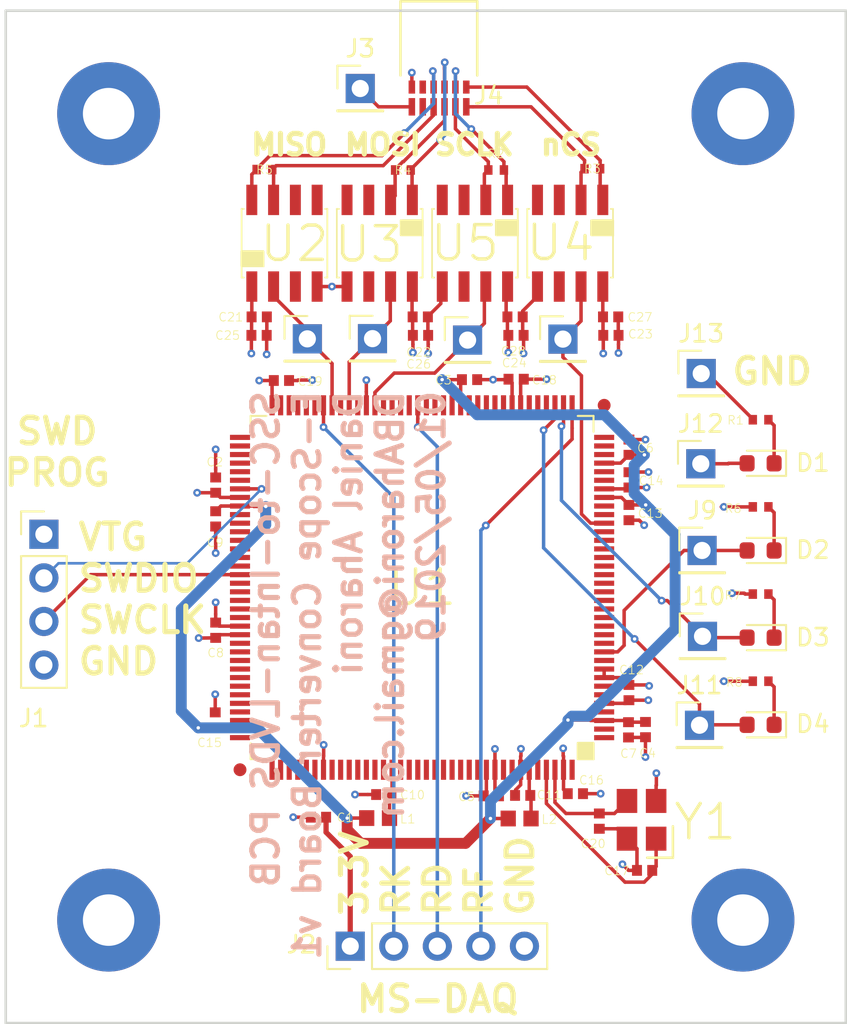
<source format=kicad_pcb>
(kicad_pcb (version 20171130) (host pcbnew "(5.0.1)-3")
  (layers (0 F.Cu signal) (1 In1.Cu signal) (2 In2.Cu signal) (31 B.Cu signal) (34 B.Paste user) (35 F.Paste user) (36 B.SilkS user) (37 F.SilkS user) (38 B.Mask user) (39 F.Mask user) (44 Edge.Cuts user))
  (net 0 "")
  (net 1 "Net-(U2-Pad3)")
  (net 2 "Net-(U2-Pad5)")
  (net 3 "Net-(U2-Pad6)")
  (net 4 "Net-(U3-Pad6)")
  (net 5 "Net-(U3-Pad4)")
  (net 6 "Net-(U3-Pad3)")
  (net 7 "Net-(U4-Pad3)")
  (net 8 "Net-(U4-Pad4)")
  (net 9 "Net-(U4-Pad6)")
  (net 10 "Net-(U5-Pad6)")
  (net 11 "Net-(U5-Pad4)")
  (net 12 "Net-(U5-Pad3)")
  (net 13 "Net-(U1-Pad2)")
  (net 14 "Net-(U1-Pad4)")
  (net 15 "Net-(U1-Pad6)")
  (net 16 "Net-(U1-Pad7)")
  (net 17 "Net-(U1-Pad10)")
  (net 18 "Net-(U1-Pad12)")
  (net 19 "Net-(U1-Pad13)")
  (net 20 "Net-(U1-Pad14)")
  (net 21 "Net-(U1-Pad15)")
  (net 22 "Net-(U1-Pad16)")
  (net 23 "Net-(U1-Pad17)")
  (net 24 "Net-(U1-Pad18)")
  (net 25 "Net-(U1-Pad19)")
  (net 26 "Net-(U1-Pad22)")
  (net 27 "Net-(U1-Pad23)")
  (net 28 "Net-(U1-Pad24)")
  (net 29 "Net-(U1-Pad25)")
  (net 30 "Net-(U1-Pad27)")
  (net 31 "Net-(U1-Pad28)")
  (net 32 "Net-(U1-Pad31)")
  (net 33 "Net-(U1-Pad32)")
  (net 34 "Net-(U1-Pad34)")
  (net 35 "Net-(U1-Pad35)")
  (net 36 "Net-(U1-Pad36)")
  (net 37 "Net-(U1-Pad40)")
  (net 38 "Net-(U1-Pad41)")
  (net 39 "Net-(U1-Pad42)")
  (net 40 "Net-(U1-Pad45)")
  (net 41 "Net-(U1-Pad46)")
  (net 42 "Net-(U1-Pad47)")
  (net 43 "Net-(U1-Pad48)")
  (net 44 "Net-(U1-Pad49)")
  (net 45 "Net-(U1-Pad51)")
  (net 46 "Net-(U1-Pad52)")
  (net 47 "Net-(U1-Pad53)")
  (net 48 "Net-(U1-Pad54)")
  (net 49 "Net-(U1-Pad56)")
  (net 50 "Net-(U1-Pad57)")
  (net 51 "Net-(U1-Pad58)")
  (net 52 "Net-(U1-Pad59)")
  (net 53 "Net-(U1-Pad62)")
  (net 54 "Net-(U1-Pad64)")
  (net 55 "Net-(U1-Pad67)")
  (net 56 "Net-(U1-Pad68)")
  (net 57 "Net-(U1-Pad69)")
  (net 58 "Net-(U1-Pad70)")
  (net 59 "Net-(U1-Pad71)")
  (net 60 "Net-(U1-Pad73)")
  (net 61 "Net-(U1-Pad74)")
  (net 62 "Net-(U1-Pad75)")
  (net 63 "Net-(U1-Pad76)")
  (net 64 "Net-(U1-Pad77)")
  (net 65 "Net-(U1-Pad78)")
  (net 66 "Net-(U1-Pad82)")
  (net 67 "Net-(U1-Pad83)")
  (net 68 "Net-(U1-Pad84)")
  (net 69 "Net-(U1-Pad85)")
  (net 70 "Net-(U1-Pad86)")
  (net 71 "Net-(U1-Pad87)")
  (net 72 "Net-(U1-Pad88)")
  (net 73 "Net-(U1-Pad90)")
  (net 74 "Net-(U1-Pad91)")
  (net 75 "Net-(U1-Pad92)")
  (net 76 "Net-(U1-Pad93)")
  (net 77 "Net-(U1-Pad94)")
  (net 78 "Net-(U1-Pad97)")
  (net 79 "Net-(U1-Pad98)")
  (net 80 "Net-(U1-Pad99)")
  (net 81 "Net-(U1-Pad100)")
  (net 82 "Net-(U1-Pad102)")
  (net 83 "Net-(U1-Pad103)")
  (net 84 "Net-(U1-Pad104)")
  (net 85 "Net-(U1-Pad106)")
  (net 86 "Net-(U1-Pad108)")
  (net 87 "Net-(U1-Pad110)")
  (net 88 "Net-(U1-Pad111)")
  (net 89 "Net-(U1-Pad113)")
  (net 90 "Net-(U1-Pad114)")
  (net 91 "Net-(U1-Pad116)")
  (net 92 "Net-(U1-Pad117)")
  (net 93 "Net-(U1-Pad118)")
  (net 94 "Net-(U1-Pad119)")
  (net 95 "Net-(U1-Pad120)")
  (net 96 "Net-(U1-Pad121)")
  (net 97 "Net-(U1-Pad122)")
  (net 98 "Net-(U1-Pad124)")
  (net 99 "Net-(U1-Pad125)")
  (net 100 "Net-(U1-Pad126)")
  (net 101 "Net-(U1-Pad127)")
  (net 102 "Net-(U1-Pad128)")
  (net 103 "Net-(U1-Pad129)")
  (net 104 "Net-(U1-Pad130)")
  (net 105 "Net-(U1-Pad131)")
  (net 106 "Net-(U1-Pad132)")
  (net 107 "Net-(U1-Pad133)")
  (net 108 "Net-(U1-Pad136)")
  (net 109 "Net-(U1-Pad137)")
  (net 110 "Net-(U1-Pad140)")
  (net 111 "Net-(U1-Pad144)")
  (net 112 "Net-(D1-Pad1)")
  (net 113 +3V3)
  (net 114 /MCU_SPI_SPCK)
  (net 115 GND)
  (net 116 /SCLK+)
  (net 117 /SCLK-)
  (net 118 /nCS-)
  (net 119 /nCS+)
  (net 120 /MCU_SPI_NPCS)
  (net 121 /MCU_SPI_MOSI)
  (net 122 /MOSI+)
  (net 123 /MOSI-)
  (net 124 /MCU_SPI_MISO)
  (net 125 /MISO+)
  (net 126 /MISO-)
  (net 127 /LINE_VALID)
  (net 128 /TK)
  (net 129 /TF)
  (net 130 /VDDCORE)
  (net 131 /RK)
  (net 132 /RF)
  (net 133 /RD)
  (net 134 /SWDIO)
  (net 135 /SWCLK)
  (net 136 /TD)
  (net 137 /TWD)
  (net 138 /TWCK)
  (net 139 /LED)
  (net 140 /VDDPLL)
  (net 141 /VDDUTMIC)
  (net 142 /XIN)
  (net 143 /XOUT)
  (net 144 "Net-(J3-Pad1)")
  (net 145 "Net-(J4-Pad9)")
  (net 146 "Net-(J4-Pad10)")
  (net 147 "Net-(D4-Pad1)")
  (net 148 /LED3)
  (net 149 /LED2)
  (net 150 "Net-(D3-Pad1)")
  (net 151 "Net-(D2-Pad1)")
  (net 152 /LED1)
  (module MountingHole:MountingHole_3mm_Pad (layer F.Cu) (at 162.0236 122.6338)
    (fp_text reference H1 hide)
    (fp_text value MountingHole_Pad)
    (pad 1 thru_hole circle (at 0 0) (size 6 6) (drill 3) (layers *.Cu *.Mask) (net 115 GND))
  )
  (module MountingHole:MountingHole_3mm_Pad (layer F.Cu) (at 125.0236 122.6338)
    (fp_text reference H3 hide)
    (fp_text value MountingHole_Pad)
    (pad 1 thru_hole circle (at 0 0) (size 6 6) (drill 3) (layers *.Cu *.Mask) (net 115 GND))
  )
  (module MountingHole:MountingHole_3mm_Pad (layer F.Cu) (at 162.0236 75.6338)
    (fp_text reference H4 hide)
    (fp_text value MountingHole_Pad)
    (pad 1 thru_hole circle (at 0 0) (size 6 6) (drill 3) (layers *.Cu *.Mask) (net 115 GND))
  )
  (module MountingHole:MountingHole_3mm_Pad (layer F.Cu) (at 125.0236 75.6338)
    (fp_text reference H2 hide)
    (fp_text value MountingHole_Pad)
    (pad 1 thru_hole circle (at 0 0) (size 6 6) (drill 3) (layers *.Cu *.Mask) (net 115 GND))
  )
  (module Connector_PinHeader_2.54mm:PinHeader_1x01_P2.54mm_Vertical (layer F.Cu) (at 159.5882 90.7796)
    (fp_text reference J13 (at 0 -2.33) (layer F.SilkS))
    (fp_text value Conn_01x01)
    (pad 1 thru_hole rect (at 0 0) (size 1.7 1.7) (drill 1) (layers *.Cu *.Mask) (net 115 GND))
  )
  (module Connector_PinHeader_2.54mm:PinHeader_1x01_P2.54mm_Vertical (layer F.Cu) (at 159.5628 96.0374)
    (fp_text reference J12 (at 0 -2.33) (layer F.SilkS))
    (fp_text value Conn_01x01)
    (pad 1 thru_hole rect (at 0 0) (size 1.7 1.7) (drill 1) (layers *.Cu *.Mask) (net 113 +3V3))
  )
  (module Connector_PinHeader_2.54mm:PinHeader_1x01_P2.54mm_Vertical (layer F.Cu) (at 159.6644 106.0958)
    (fp_text reference J10 (at 0 -2.33) (layer F.SilkS))
    (fp_text value Conn_01x01)
    (pad 1 thru_hole rect (at 0 0) (size 1.7 1.7) (drill 1) (layers *.Cu *.Mask) (net 149 /LED2))
  )
  (module Connector_PinHeader_2.54mm:PinHeader_1x01_P2.54mm_Vertical (layer F.Cu) (at 159.639 101.092)
    (fp_text reference J9 (at 0 -2.33) (layer F.SilkS))
    (fp_text value Conn_01x01)
    (pad 1 thru_hole rect (at 0 0) (size 1.7 1.7) (drill 1) (layers *.Cu *.Mask) (net 152 /LED1))
  )
  (module Connector_PinHeader_2.54mm:PinHeader_1x01_P2.54mm_Vertical (layer F.Cu) (at 159.4866 111.2774)
    (fp_text reference J11 (at 0 -2.33) (layer F.SilkS))
    (fp_text value Conn_01x01)
    (pad 1 thru_hole rect (at 0 0) (size 1.7 1.7) (drill 1) (layers *.Cu *.Mask) (net 148 /LED3))
  )
  (module Connector_PinHeader_2.54mm:PinHeader_1x01_P2.54mm_Vertical (layer F.Cu) (at 136.6139 88.75776)
    (fp_text reference J8 hide)
    (fp_text value Conn_01x01)
    (pad 1 thru_hole rect (at 0 0) (size 1.7 1.7) (drill 1) (layers *.Cu *.Mask) (net 124 /MCU_SPI_MISO))
  )
  (module Connector_PinHeader_2.54mm:PinHeader_1x01_P2.54mm_Vertical (layer F.Cu) (at 145.9611 88.83142)
    (fp_text reference J7 hide)
    (fp_text value Conn_01x01)
    (pad 1 thru_hole rect (at 0 0) (size 1.7 1.7) (drill 1) (layers *.Cu *.Mask) (net 114 /MCU_SPI_SPCK))
  )
  (module Connector_PinHeader_2.54mm:PinHeader_1x01_P2.54mm_Vertical (layer F.Cu) (at 151.52116 88.773)
    (fp_text reference J6 hide)
    (fp_text value Conn_01x01)
    (pad 1 thru_hole rect (at 0 0) (size 1.7 1.7) (drill 1) (layers *.Cu *.Mask) (net 120 /MCU_SPI_NPCS))
  )
  (module Connector_PinHeader_2.54mm:PinHeader_1x01_P2.54mm_Vertical (layer F.Cu) (at 140.41628 88.74506)
    (fp_text reference J5 hide)
    (fp_text value Conn_01x01)
    (pad 1 thru_hole rect (at 0 0) (size 1.7 1.7) (drill 1) (layers *.Cu *.Mask) (net 121 /MCU_SPI_MOSI))
  )
  (module .Resistor:R_0402_1005Metric_ERJ_L (layer F.Cu) (at 163.052 98.552)
    (fp_text reference R6)
    (fp_text value ERJ-2RKF1000X)
    (fp_text user %R (at -1.59512 0.09652) (layer F.SilkS) (effects (font (size 0.5 0.5) (thickness 0.05))))
    (pad 1 smd rect (at -0.455 0) (size 0.49 0.56) (layers F.Cu F.Paste F.Mask) (net 115 GND))
    (pad 2 smd rect (at 0.455 0) (size 0.49 0.56) (layers F.Cu F.Paste F.Mask) (net 151 "Net-(D2-Pad1)"))
  )
  (module .Resistor:R_0402_1005Metric_ERJ_L (layer F.Cu) (at 163.052 103.632)
    (fp_text reference R7)
    (fp_text value ERJ-2RKF1000X)
    (fp_text user %R (at -1.614401 0.072819) (layer F.SilkS) (effects (font (size 0.5 0.5) (thickness 0.05))))
    (pad 2 smd rect (at 0.455 0) (size 0.49 0.56) (layers F.Cu F.Paste F.Mask) (net 150 "Net-(D3-Pad1)"))
    (pad 1 smd rect (at -0.455 0) (size 0.49 0.56) (layers F.Cu F.Paste F.Mask) (net 115 GND))
  )
  (module .Resistor:R_0402_1005Metric_ERJ_L (layer F.Cu) (at 163.052 108.712)
    (fp_text reference R8)
    (fp_text value ERJ-2RKF1000X)
    (fp_text user %R (at -1.533121 0.062399) (layer F.SilkS) (effects (font (size 0.5 0.5) (thickness 0.05))))
    (pad 1 smd rect (at -0.455 0) (size 0.49 0.56) (layers F.Cu F.Paste F.Mask) (net 115 GND))
    (pad 2 smd rect (at 0.455 0) (size 0.49 0.56) (layers F.Cu F.Paste F.Mask) (net 147 "Net-(D4-Pad1)"))
  )
  (module LED_SMD:LED_0603_1608Metric (layer F.Cu) (at 163.052 101.092 180)
    (fp_text reference D2 (at -3.048 0.035579 180) (layer F.SilkS))
    (fp_text value LED_Small_ALT)
    (pad 1 smd roundrect (at -0.7875 0 180) (size 0.875 0.95) (layers F.Cu F.Paste F.Mask) (net 151 "Net-(D2-Pad1)"))
    (pad 2 smd roundrect (at 0.7875 0 180) (size 0.875 0.95) (layers F.Cu F.Paste F.Mask) (net 152 /LED1))
  )
  (module LED_SMD:LED_0603_1608Metric (layer F.Cu) (at 163.052 106.172 180)
    (fp_text reference D3 (at -3.048 0.01524 180) (layer F.SilkS))
    (fp_text value LED_Small_ALT)
    (pad 2 smd roundrect (at 0.7875 0 180) (size 0.875 0.95) (layers F.Cu F.Paste F.Mask) (net 149 /LED2))
    (pad 1 smd roundrect (at -0.7875 0 180) (size 0.875 0.95) (layers F.Cu F.Paste F.Mask) (net 150 "Net-(D3-Pad1)"))
  )
  (module LED_SMD:LED_0603_1608Metric (layer F.Cu) (at 163.052 111.252 180)
    (fp_text reference D4 (at -3.048 0.050819 180) (layer F.SilkS))
    (fp_text value LED_Small_ALT)
    (pad 1 smd roundrect (at -0.7875 0 180) (size 0.875 0.95) (layers F.Cu F.Paste F.Mask) (net 147 "Net-(D4-Pad1)"))
    (pad 2 smd roundrect (at 0.7875 0 180) (size 0.875 0.95) (layers F.Cu F.Paste F.Mask) (net 148 /LED3))
  )
  (module .Connector:A79623-001 (layer F.Cu) (at 144.2974 75.2348 180)
    (fp_text reference J4 (at -2.8956 0.6604 180) (layer F.SilkS))
    (fp_text value A79623-001)
    (pad 1 smd rect (at -1.5875 0 180) (size 0.38 1.02) (layers F.Cu F.Paste F.Mask) (net 119 /nCS+))
    (pad 3 smd rect (at -0.9525 0 180) (size 0.38 1.02) (layers F.Cu F.Paste F.Mask) (net 116 /SCLK+))
    (pad 5 smd rect (at -0.3175 0 180) (size 0.38 1.02) (layers F.Cu F.Paste F.Mask) (net 122 /MOSI+))
    (pad 7 smd rect (at 0.3175 0 180) (size 0.38 1.02) (layers F.Cu F.Paste F.Mask) (net 125 /MISO+))
    (pad 9 smd rect (at 0.9525 0 180) (size 0.38 1.02) (layers F.Cu F.Paste F.Mask) (net 145 "Net-(J4-Pad9)"))
    (pad 11 smd rect (at 1.5875 0 180) (size 0.38 1.02) (layers F.Cu F.Paste F.Mask) (net 144 "Net-(J3-Pad1)"))
    (pad 2 smd rect (at -1.5875 1.15 180) (size 0.38 0.762) (layers F.Cu F.Paste F.Mask) (net 118 /nCS-))
    (pad 4 smd rect (at -0.9525 1.15 180) (size 0.38 0.762) (layers F.Cu F.Paste F.Mask) (net 117 /SCLK-))
    (pad 6 smd rect (at -0.3175 1.15 180) (size 0.38 0.762) (layers F.Cu F.Paste F.Mask) (net 123 /MOSI-))
    (pad 8 smd rect (at 0.3175 1.15 180) (size 0.38 0.762) (layers F.Cu F.Paste F.Mask) (net 126 /MISO-))
    (pad 10 smd rect (at 0.9525 1.15 180) (size 0.38 0.762) (layers F.Cu F.Paste F.Mask) (net 146 "Net-(J4-Pad10)"))
    (pad 12 smd rect (at 1.5875 1.15 180) (size 0.38 0.762) (layers F.Cu F.Paste F.Mask) (net 115 GND))
  )
  (module .Resistor:R_0402_1005Metric_ERJ_L (layer F.Cu) (at 147.6248 78.9178 180)
    (fp_text reference R2)
    (fp_text value ERJ-2RKF1000X)
    (fp_text user %R (at 0 0.944999 180) (layer F.SilkS) (effects (font (size 0.5 0.5) (thickness 0.05))))
    (pad 2 smd rect (at 0.455 0 180) (size 0.49 0.56) (layers F.Cu F.Paste F.Mask) (net 116 /SCLK+))
    (pad 1 smd rect (at -0.455 0 180) (size 0.49 0.56) (layers F.Cu F.Paste F.Mask) (net 117 /SCLK-))
  )
  (module .Resistor:R_0402_1005Metric_ERJ_L (layer F.Cu) (at 153.2382 78.8416 180)
    (fp_text reference R3)
    (fp_text value ERJ-2RKF1000X)
    (fp_text user %R (at 0 0 180) (layer F.SilkS) (effects (font (size 0.5 0.5) (thickness 0.05))))
    (pad 1 smd rect (at -0.455 0 180) (size 0.49 0.56) (layers F.Cu F.Paste F.Mask) (net 118 /nCS-))
    (pad 2 smd rect (at 0.455 0 180) (size 0.49 0.56) (layers F.Cu F.Paste F.Mask) (net 119 /nCS+))
  )
  (module .Resistor:R_0402_1005Metric_ERJ_L (layer F.Cu) (at 142.1892 78.9178 180)
    (fp_text reference R4)
    (fp_text value ERJ-2RKF1000X)
    (fp_text user %R (at 0 0 180) (layer F.SilkS) (effects (font (size 0.5 0.5) (thickness 0.05))))
    (pad 2 smd rect (at 0.455 0 180) (size 0.49 0.56) (layers F.Cu F.Paste F.Mask) (net 122 /MOSI+))
    (pad 1 smd rect (at -0.455 0 180) (size 0.49 0.56) (layers F.Cu F.Paste F.Mask) (net 123 /MOSI-))
  )
  (module .Resistor:R_0402_1005Metric_ERJ_L (layer F.Cu) (at 134.112 78.8924 180)
    (fp_text reference R5)
    (fp_text value ERJ-2RKF1000X)
    (fp_text user %R (at 0 0 180) (layer F.SilkS) (effects (font (size 0.5 0.5) (thickness 0.05))))
    (pad 1 smd rect (at -0.455 0 180) (size 0.49 0.56) (layers F.Cu F.Paste F.Mask) (net 125 /MISO+))
    (pad 2 smd rect (at 0.455 0 180) (size 0.49 0.56) (layers F.Cu F.Paste F.Mask) (net 126 /MISO-))
  )
  (module Connector_PinHeader_2.54mm:PinHeader_1x01_P2.54mm_Vertical (layer F.Cu) (at 139.7 74.168)
    (fp_text reference J3 (at 0 -2.33) (layer F.SilkS))
    (fp_text value Conn_01x01)
    (pad 1 thru_hole rect (at 0 0) (size 1.7 1.7) (drill 1) (layers *.Cu *.Mask) (net 144 "Net-(J3-Pad1)"))
  )
  (module Connector_PinHeader_2.54mm:PinHeader_1x04_P2.54mm_Vertical (layer F.Cu) (at 121.248201 100.148401)
    (fp_text reference J1 (at -0.598201 10.722599) (layer F.SilkS))
    (fp_text value Conn_01x04)
    (pad 1 thru_hole rect (at 0 0) (size 1.7 1.7) (drill 1) (layers *.Cu *.Mask) (net 113 +3V3))
    (pad 2 thru_hole oval (at 0 2.54) (size 1.7 1.7) (drill 1) (layers *.Cu *.Mask) (net 134 /SWDIO))
    (pad 3 thru_hole oval (at 0 5.08) (size 1.7 1.7) (drill 1) (layers *.Cu *.Mask) (net 135 /SWCLK))
    (pad 4 thru_hole oval (at 0 7.62) (size 1.7 1.7) (drill 1) (layers *.Cu *.Mask) (net 115 GND))
  )
  (module Connector_PinHeader_2.54mm:PinHeader_1x05_P2.54mm_Vertical (layer F.Cu) (at 139.1158 124.1552 90)
    (fp_text reference J2 (at 0.1016 -2.8448 180) (layer F.SilkS))
    (fp_text value Conn_01x05)
    (pad 1 thru_hole rect (at 0 0 90) (size 1.7 1.7) (drill 1) (layers *.Cu *.Mask) (net 113 +3V3))
    (pad 2 thru_hole oval (at 0 2.54 90) (size 1.7 1.7) (drill 1) (layers *.Cu *.Mask) (net 133 /RD))
    (pad 3 thru_hole oval (at 0 5.08 90) (size 1.7 1.7) (drill 1) (layers *.Cu *.Mask) (net 132 /RF))
    (pad 4 thru_hole oval (at 0 7.62 90) (size 1.7 1.7) (drill 1) (layers *.Cu *.Mask) (net 131 /RK))
    (pad 5 thru_hole oval (at 0 10.16 90) (size 1.7 1.7) (drill 1) (layers *.Cu *.Mask) (net 115 GND))
  )
  (module .Capacitor:C_0402_1005Metric_L (layer F.Cu) (at 155.3718 95.0722 90)
    (fp_text reference C6)
    (fp_text value GRM155R71A104JA01D)
    (fp_text user %R (at -0.0508 0.9652 180) (layer F.SilkS) (effects (font (size 0.5 0.5) (thickness 0.05))))
    (pad 2 smd rect (at 0.445 0 90) (size 0.58 0.63) (layers F.Cu F.Paste F.Mask) (net 115 GND))
    (pad 1 smd rect (at -0.445 0 90) (size 0.58 0.63) (layers F.Cu F.Paste F.Mask) (net 130 /VDDCORE))
  )
  (module .Capacitor:C_0402_1005Metric_L (layer F.Cu) (at 135.1026 91.186)
    (fp_text reference C19)
    (fp_text value GRM155R71A104JA01D)
    (fp_text user %R (at 1.6764 0.0508 180) (layer F.SilkS) (effects (font (size 0.5 0.5) (thickness 0.05))))
    (pad 1 smd rect (at -0.445 0) (size 0.58 0.63) (layers F.Cu F.Paste F.Mask) (net 113 +3V3))
    (pad 2 smd rect (at 0.445 0) (size 0.58 0.63) (layers F.Cu F.Paste F.Mask) (net 115 GND))
  )
  (module .Capacitor:C_0402_1005Metric_L (layer F.Cu) (at 155.3464 111.5436 270)
    (fp_text reference C7)
    (fp_text value GRM155R71A104JA01D)
    (fp_text user %R (at 1.3848 0) (layer F.SilkS) (effects (font (size 0.5 0.5) (thickness 0.05))))
    (pad 2 smd rect (at 0.445 0 270) (size 0.58 0.63) (layers F.Cu F.Paste F.Mask) (net 115 GND))
    (pad 1 smd rect (at -0.445 0 270) (size 0.58 0.63) (layers F.Cu F.Paste F.Mask) (net 130 /VDDCORE))
  )
  (module .Capacitor:C_0402_1005Metric_L (layer F.Cu) (at 131.2672 105.7402 90)
    (fp_text reference C8)
    (fp_text value GRM155R71A104JA01D)
    (fp_text user %R (at -1.3208 0 180) (layer F.SilkS) (effects (font (size 0.5 0.5) (thickness 0.05))))
    (pad 1 smd rect (at -0.445 0 90) (size 0.58 0.63) (layers F.Cu F.Paste F.Mask) (net 113 +3V3))
    (pad 2 smd rect (at 0.445 0 90) (size 0.58 0.63) (layers F.Cu F.Paste F.Mask) (net 115 GND))
  )
  (module .Capacitor:C_0402_1005Metric_L (layer F.Cu) (at 131.2672 99.251 270)
    (fp_text reference C9)
    (fp_text value GRM155R71A104JA01D)
    (fp_text user %R (at 1.3838 0.0254) (layer F.SilkS) (effects (font (size 0.5 0.5) (thickness 0.05))))
    (pad 2 smd rect (at 0.445 0 270) (size 0.58 0.63) (layers F.Cu F.Paste F.Mask) (net 115 GND))
    (pad 1 smd rect (at -0.445 0 270) (size 0.58 0.63) (layers F.Cu F.Paste F.Mask) (net 130 /VDDCORE))
  )
  (module .Capacitor:C_0402_1005Metric_L (layer F.Cu) (at 141.0716 115.316 180)
    (fp_text reference C10)
    (fp_text value GRM155R71A104JA01D)
    (fp_text user %R (at -1.6764 -0.0254) (layer F.SilkS) (effects (font (size 0.5 0.5) (thickness 0.05))))
    (pad 1 smd rect (at -0.445 0 180) (size 0.58 0.63) (layers F.Cu F.Paste F.Mask) (net 140 /VDDPLL))
    (pad 2 smd rect (at 0.445 0 180) (size 0.58 0.63) (layers F.Cu F.Paste F.Mask) (net 115 GND))
  )
  (module .Capacitor:C_0402_1005Metric_L (layer F.Cu) (at 137.2616 116.6368 180)
    (fp_text reference C1)
    (fp_text value GRM155R60J106ME15D)
    (fp_text user %R (at -1.5616 -0.0254 180) (layer F.SilkS) (effects (font (size 0.5 0.5) (thickness 0.05))))
    (pad 2 smd rect (at 0.445 0 180) (size 0.58 0.63) (layers F.Cu F.Paste F.Mask) (net 115 GND))
    (pad 1 smd rect (at -0.445 0 180) (size 0.58 0.63) (layers F.Cu F.Paste F.Mask) (net 113 +3V3))
  )
  (module .Capacitor:C_0402_1005Metric_L (layer F.Cu) (at 155.3718 109.3724 90)
    (fp_text reference C12)
    (fp_text value GRM155R71A104JA01D)
    (fp_text user %R (at 1.3208 0.1524 180) (layer F.SilkS) (effects (font (size 0.5 0.5) (thickness 0.05))))
    (pad 1 smd rect (at -0.445 0 90) (size 0.58 0.63) (layers F.Cu F.Paste F.Mask) (net 113 +3V3))
    (pad 2 smd rect (at 0.445 0 90) (size 0.58 0.63) (layers F.Cu F.Paste F.Mask) (net 115 GND))
  )
  (module .Capacitor:C_0402_1005Metric_L (layer F.Cu) (at 155.3718 98.8822 270)
    (fp_text reference C13)
    (fp_text value GRM155R71A104JA01D)
    (fp_text user %R (at 0.0508 -1.2446) (layer F.SilkS) (effects (font (size 0.5 0.5) (thickness 0.05))))
    (pad 2 smd rect (at 0.445 0 270) (size 0.58 0.63) (layers F.Cu F.Paste F.Mask) (net 115 GND))
    (pad 1 smd rect (at -0.445 0 270) (size 0.58 0.63) (layers F.Cu F.Paste F.Mask) (net 130 /VDDCORE))
  )
  (module .Capacitor:C_0402_1005Metric_L (layer F.Cu) (at 155.3718 96.9772 90)
    (fp_text reference C14)
    (fp_text value GRM155R71A104JA01D)
    (fp_text user %R (at -0.0508 1.2954 180) (layer F.SilkS) (effects (font (size 0.5 0.5) (thickness 0.05))))
    (pad 1 smd rect (at -0.445 0 90) (size 0.58 0.63) (layers F.Cu F.Paste F.Mask) (net 113 +3V3))
    (pad 2 smd rect (at 0.445 0 90) (size 0.58 0.63) (layers F.Cu F.Paste F.Mask) (net 115 GND))
  )
  (module .Capacitor:C_0402_1005Metric_L (layer F.Cu) (at 131.2418 110.9726 90)
    (fp_text reference C15)
    (fp_text value GRM155R71A104JA01D)
    (fp_text user %R (at -1.3208 -0.3302 180) (layer F.SilkS) (effects (font (size 0.5 0.5) (thickness 0.05))))
    (pad 2 smd rect (at 0.445 0 90) (size 0.58 0.63) (layers F.Cu F.Paste F.Mask) (net 115 GND))
    (pad 1 smd rect (at -0.445 0 90) (size 0.58 0.63) (layers F.Cu F.Paste F.Mask) (net 130 /VDDCORE))
  )
  (module .Capacitor:C_0402_1005Metric_L (layer F.Cu) (at 152.2476 115.2652)
    (fp_text reference C16)
    (fp_text value GRM155R71A104JA01D)
    (fp_text user %R (at 0.9398 -0.7874 180) (layer F.SilkS) (effects (font (size 0.5 0.5) (thickness 0.05))))
    (pad 1 smd rect (at -0.445 0) (size 0.58 0.63) (layers F.Cu F.Paste F.Mask) (net 113 +3V3))
    (pad 2 smd rect (at 0.445 0) (size 0.58 0.63) (layers F.Cu F.Paste F.Mask) (net 115 GND))
  )
  (module .Capacitor:C_0402_1005Metric_L (layer F.Cu) (at 156.2862 119.7356 180)
    (fp_text reference C17)
    (fp_text value GRM1555C1H120JA01D)
    (fp_text user %R (at 1.6256 -0.0254) (layer F.SilkS) (effects (font (size 0.5 0.5) (thickness 0.05))))
    (pad 2 smd rect (at 0.445 0 180) (size 0.58 0.63) (layers F.Cu F.Paste F.Mask) (net 115 GND))
    (pad 1 smd rect (at -0.445 0 180) (size 0.58 0.63) (layers F.Cu F.Paste F.Mask) (net 142 /XIN))
  )
  (module .Capacitor:C_0402_1005Metric_L (layer F.Cu) (at 148.7932 91.1098 180)
    (fp_text reference C18)
    (fp_text value GRM155R71A104JA01D)
    (fp_text user %R (at -1.651 -0.0508) (layer F.SilkS) (effects (font (size 0.5 0.5) (thickness 0.05))))
    (pad 1 smd rect (at -0.445 0 180) (size 0.58 0.63) (layers F.Cu F.Paste F.Mask) (net 113 +3V3))
    (pad 2 smd rect (at 0.445 0 180) (size 0.58 0.63) (layers F.Cu F.Paste F.Mask) (net 115 GND))
  )
  (module .Capacitor:C_0402_1005Metric_L (layer F.Cu) (at 148.7297 87.4776)
    (fp_text reference C28)
    (fp_text value GRM155R71H102KA01D)
    (fp_text user %R (at -0.1016 1.99136) (layer F.SilkS) (effects (font (size 0.5 0.5) (thickness 0.05))))
    (pad 2 smd rect (at 0.445 0) (size 0.58 0.63) (layers F.Cu F.Paste F.Mask) (net 115 GND))
    (pad 1 smd rect (at -0.445 0) (size 0.58 0.63) (layers F.Cu F.Paste F.Mask) (net 113 +3V3))
  )
  (module .Capacitor:C_0402_1005Metric_L (layer F.Cu) (at 154.305 87.4776)
    (fp_text reference C27)
    (fp_text value GRM155R71H102KA01D)
    (fp_text user %R (at 1.70942 0.01778) (layer F.SilkS) (effects (font (size 0.5 0.5) (thickness 0.05))))
    (pad 1 smd rect (at -0.445 0) (size 0.58 0.63) (layers F.Cu F.Paste F.Mask) (net 113 +3V3))
    (pad 2 smd rect (at 0.445 0) (size 0.58 0.63) (layers F.Cu F.Paste F.Mask) (net 115 GND))
  )
  (module .Capacitor:C_0402_1005Metric_L (layer F.Cu) (at 143.21536 88.55456)
    (fp_text reference C26)
    (fp_text value GRM155R71H102KA01D)
    (fp_text user %R (at -0.10668 1.67894) (layer F.SilkS) (effects (font (size 0.5 0.5) (thickness 0.05))))
    (pad 2 smd rect (at 0.445 0) (size 0.58 0.63) (layers F.Cu F.Paste F.Mask) (net 115 GND))
    (pad 1 smd rect (at -0.445 0) (size 0.58 0.63) (layers F.Cu F.Paste F.Mask) (net 113 +3V3))
  )
  (module .Capacitor:C_0402_1005Metric_L (layer F.Cu) (at 133.79704 88.55456 180)
    (fp_text reference C25)
    (fp_text value GRM155R71H102KA01D)
    (fp_text user %R (at 1.83388 -0.00508 180) (layer F.SilkS) (effects (font (size 0.5 0.5) (thickness 0.05))))
    (pad 1 smd rect (at -0.445 0 180) (size 0.58 0.63) (layers F.Cu F.Paste F.Mask) (net 115 GND))
    (pad 2 smd rect (at 0.445 0 180) (size 0.58 0.63) (layers F.Cu F.Paste F.Mask) (net 113 +3V3))
  )
  (module .Capacitor:C_0402_1005Metric_L (layer F.Cu) (at 148.78254 88.55456)
    (fp_text reference C24)
    (fp_text value GRM155R71A104JA01D)
    (fp_text user %R (at -0.09602 1.60782) (layer F.SilkS) (effects (font (size 0.5 0.5) (thickness 0.05))))
    (pad 2 smd rect (at 0.445 0) (size 0.58 0.63) (layers F.Cu F.Paste F.Mask) (net 115 GND))
    (pad 1 smd rect (at -0.445 0) (size 0.58 0.63) (layers F.Cu F.Paste F.Mask) (net 113 +3V3))
  )
  (module .Capacitor:C_0402_1005Metric_L (layer F.Cu) (at 154.32024 88.55456)
    (fp_text reference C23)
    (fp_text value GRM155R71A104JA01D)
    (fp_text user %R (at 1.72466 -0.07112) (layer F.SilkS) (effects (font (size 0.5 0.5) (thickness 0.05))))
    (pad 1 smd rect (at -0.445 0) (size 0.58 0.63) (layers F.Cu F.Paste F.Mask) (net 113 +3V3))
    (pad 2 smd rect (at 0.445 0) (size 0.58 0.63) (layers F.Cu F.Paste F.Mask) (net 115 GND))
  )
  (module .Capacitor:C_0402_1005Metric_L (layer F.Cu) (at 143.20012 87.4776)
    (fp_text reference C22)
    (fp_text value GRM155R71A104JA01D)
    (fp_text user %R (at -0.09144 2.06248) (layer F.SilkS) (effects (font (size 0.5 0.5) (thickness 0.05))))
    (pad 2 smd rect (at 0.445 0) (size 0.58 0.63) (layers F.Cu F.Paste F.Mask) (net 115 GND))
    (pad 1 smd rect (at -0.445 0) (size 0.58 0.63) (layers F.Cu F.Paste F.Mask) (net 113 +3V3))
  )
  (module .Capacitor:C_0402_1005Metric_L (layer F.Cu) (at 133.8072 87.4776 180)
    (fp_text reference C21)
    (fp_text value GRM155R71A104JA01D)
    (fp_text user %R (at 1.65862 -0.0127 180) (layer F.SilkS) (effects (font (size 0.5 0.5) (thickness 0.05))))
    (pad 1 smd rect (at -0.445 0 180) (size 0.58 0.63) (layers F.Cu F.Paste F.Mask) (net 115 GND))
    (pad 2 smd rect (at 0.445 0 180) (size 0.58 0.63) (layers F.Cu F.Paste F.Mask) (net 113 +3V3))
  )
  (module .Capacitor:C_0402_1005Metric_L (layer F.Cu) (at 149.1742 115.3668 180)
    (fp_text reference C11)
    (fp_text value GRM155R71A104JA01D)
    (fp_text user %R (at -1.5494 0.0254) (layer F.SilkS) (effects (font (size 0.5 0.5) (thickness 0.05))))
    (pad 2 smd rect (at 0.445 0 180) (size 0.58 0.63) (layers F.Cu F.Paste F.Mask) (net 115 GND))
    (pad 1 smd rect (at -0.445 0 180) (size 0.58 0.63) (layers F.Cu F.Paste F.Mask) (net 141 /VDDUTMIC))
  )
  (module .Capacitor:C_0402_1005Metric_L (layer F.Cu) (at 131.2672 97.282 90)
    (fp_text reference C2)
    (fp_text value GRM155R71A104JA01D)
    (fp_text user %R (at 1.3462 -0.0508 180) (layer F.SilkS) (effects (font (size 0.5 0.5) (thickness 0.05))))
    (pad 1 smd rect (at -0.445 0 90) (size 0.58 0.63) (layers F.Cu F.Paste F.Mask) (net 113 +3V3))
    (pad 2 smd rect (at 0.445 0 90) (size 0.58 0.63) (layers F.Cu F.Paste F.Mask) (net 115 GND))
  )
  (module .Capacitor:C_0402_1005Metric_L (layer F.Cu) (at 146.0754 91.1352)
    (fp_text reference C3)
    (fp_text value GRM155R71A104JA01D)
    (fp_text user %R (at -1.524 0.0254 180) (layer F.SilkS) (effects (font (size 0.5 0.5) (thickness 0.05))))
    (pad 2 smd rect (at 0.445 0) (size 0.58 0.63) (layers F.Cu F.Paste F.Mask) (net 115 GND))
    (pad 1 smd rect (at -0.445 0) (size 0.58 0.63) (layers F.Cu F.Paste F.Mask) (net 130 /VDDCORE))
  )
  (module .Capacitor:C_0402_1005Metric_L (layer F.Cu) (at 156.337 111.5314 270)
    (fp_text reference C4)
    (fp_text value GRM155R60J225KE95D)
    (fp_text user %R (at 1.3716 -0.127) (layer F.SilkS) (effects (font (size 0.5 0.5) (thickness 0.05))))
    (pad 1 smd rect (at -0.445 0 270) (size 0.58 0.63) (layers F.Cu F.Paste F.Mask) (net 130 /VDDCORE))
    (pad 2 smd rect (at 0.445 0 270) (size 0.58 0.63) (layers F.Cu F.Paste F.Mask) (net 115 GND))
  )
  (module .Capacitor:C_0402_1005Metric_L (layer F.Cu) (at 153.6446 116.8654 270)
    (fp_text reference C20)
    (fp_text value GRM1555C1H120JA01D)
    (fp_text user %R (at 1.3208 0.3556 180) (layer F.SilkS) (effects (font (size 0.5 0.5) (thickness 0.05))))
    (pad 2 smd rect (at 0.445 0 270) (size 0.58 0.63) (layers F.Cu F.Paste F.Mask) (net 115 GND))
    (pad 1 smd rect (at -0.445 0 270) (size 0.58 0.63) (layers F.Cu F.Paste F.Mask) (net 143 /XOUT))
  )
  (module .Capacitor:C_0402_1005Metric_L (layer F.Cu) (at 147.3454 115.3922)
    (fp_text reference C5)
    (fp_text value GRM155R71A104JA01D)
    (fp_text user %R (at -1.4478 0.0508 180) (layer F.SilkS) (effects (font (size 0.5 0.5) (thickness 0.05))))
    (pad 1 smd rect (at -0.445 0) (size 0.58 0.63) (layers F.Cu F.Paste F.Mask) (net 113 +3V3))
    (pad 2 smd rect (at 0.445 0) (size 0.58 0.63) (layers F.Cu F.Paste F.Mask) (net 115 GND))
  )
  (module .Inductor:L_0603_1608Metric_L (layer F.Cu) (at 148.9964 116.713 180)
    (fp_text reference L2)
    (fp_text value BLM18PG471SN1D)
    (fp_text user %R (at -1.7272 -0.0508) (layer F.SilkS) (effects (font (size 0.52 0.52) (thickness 0.05))))
    (pad 2 smd rect (at 0.665 0 180) (size 0.89 0.92) (layers F.Cu F.Paste F.Mask) (net 130 /VDDCORE))
    (pad 1 smd rect (at -0.665 0 180) (size 0.89 0.92) (layers F.Cu F.Paste F.Mask) (net 141 /VDDUTMIC))
  )
  (module .Inductor:L_0603_1608Metric_L (layer F.Cu) (at 140.7414 116.6876 180)
    (fp_text reference L1)
    (fp_text value BLM18PG471SN1D)
    (fp_text user %R (at -1.7272 -0.0508) (layer F.SilkS) (effects (font (size 0.52 0.52) (thickness 0.05))))
    (pad 1 smd rect (at -0.665 0 180) (size 0.89 0.92) (layers F.Cu F.Paste F.Mask) (net 140 /VDDPLL))
    (pad 2 smd rect (at 0.665 0 180) (size 0.89 0.92) (layers F.Cu F.Paste F.Mask) (net 130 /VDDCORE))
  )
  (module .Oscillator:OSCCC320X250X100L80X100 (layer F.Cu) (at 156.1084 116.7892 90)
    (fp_text reference Y1)
    (fp_text value ABM8G-12.000MHZ-4Y-T3)
    (fp_text user %R (at -0.127 3.7084 180) (layer F.SilkS) (effects (font (size 2 2) (thickness 0.2))))
    (pad 1 smd rect (at -1.1 0.85 180) (size 1.2 1.4) (layers F.Cu F.Paste F.Mask) (net 142 /XIN))
    (pad 2 smd rect (at 1.1 0.85 180) (size 1.2 1.4) (layers F.Cu F.Paste F.Mask) (net 115 GND))
    (pad 3 smd rect (at 1.1 -0.85 180) (size 1.2 1.4) (layers F.Cu F.Paste F.Mask) (net 143 /XOUT))
    (pad 4 smd rect (at -1.1 -0.85 180) (size 1.2 1.4) (layers F.Cu F.Paste F.Mask) (net 115 GND))
  )
  (module .Resistor:R_0402_1005Metric_ERJ_L (layer F.Cu) (at 163.052 93.472)
    (fp_text reference R1)
    (fp_text value ERJ-2RKF1000X)
    (fp_text user %R (at -1.4605 0.0254) (layer F.SilkS) (effects (font (size 0.5 0.5) (thickness 0.05))))
    (pad 1 smd rect (at -0.455 0) (size 0.49 0.56) (layers F.Cu F.Paste F.Mask) (net 115 GND))
    (pad 2 smd rect (at 0.455 0) (size 0.49 0.56) (layers F.Cu F.Paste F.Mask) (net 112 "Net-(D1-Pad1)"))
  )
  (module LED_SMD:LED_0603_1608Metric (layer F.Cu) (at 163.052 96.012 180)
    (fp_text reference D1 (at -3.048 0.02794 180) (layer F.SilkS))
    (fp_text value LED_Small_ALT)
    (pad 1 smd roundrect (at -0.7875 0 180) (size 0.875 0.95) (layers F.Cu F.Paste F.Mask) (net 112 "Net-(D1-Pad1)"))
    (pad 2 smd roundrect (at 0.7875 0 180) (size 0.875 0.95) (layers F.Cu F.Paste F.Mask) (net 113 +3V3))
  )
  (module .Package_QFP:QFP_144_P50_2200X2200X160L60X22N (layer F.Cu) (at 143.3068 103.251 90)
    (fp_text reference U1)
    (fp_text value ATSAMV71Q21B-AABT)
    (fp_text user %R (at 0 0 180) (layer F.SilkS) (effects (font (size 2 2) (thickness 0.2))))
    (pad 1 smd rect (at -8.75 10.62 180) (size 1.17 0.3) (layers F.Cu F.Paste F.Mask) (net 127 /LINE_VALID))
    (pad 2 smd rect (at -8.25 10.62 180) (size 1.17 0.3) (layers F.Cu F.Paste F.Mask) (net 13 "Net-(U1-Pad2)"))
    (pad 3 smd rect (at -7.75 10.62 180) (size 1.17 0.3) (layers F.Cu F.Paste F.Mask) (net 130 /VDDCORE))
    (pad 4 smd rect (at -7.25 10.62 180) (size 1.17 0.3) (layers F.Cu F.Paste F.Mask) (net 14 "Net-(U1-Pad4)"))
    (pad 5 smd rect (at -6.75 10.62 180) (size 1.17 0.3) (layers F.Cu F.Paste F.Mask) (net 113 +3V3))
    (pad 6 smd rect (at -6.25 10.62 180) (size 1.17 0.3) (layers F.Cu F.Paste F.Mask) (net 15 "Net-(U1-Pad6)"))
    (pad 7 smd rect (at -5.75 10.62 180) (size 1.17 0.3) (layers F.Cu F.Paste F.Mask) (net 16 "Net-(U1-Pad7)"))
    (pad 8 smd rect (at -5.25 10.62 180) (size 1.17 0.3) (layers F.Cu F.Paste F.Mask) (net 115 GND))
    (pad 9 smd rect (at -4.75 10.62 180) (size 1.17 0.3) (layers F.Cu F.Paste F.Mask) (net 115 GND))
    (pad 10 smd rect (at -4.25 10.62 180) (size 1.17 0.3) (layers F.Cu F.Paste F.Mask) (net 17 "Net-(U1-Pad10)"))
    (pad 11 smd rect (at -3.75 10.62 180) (size 1.17 0.3) (layers F.Cu F.Paste F.Mask) (net 152 /LED1))
    (pad 12 smd rect (at -3.25 10.62 180) (size 1.17 0.3) (layers F.Cu F.Paste F.Mask) (net 18 "Net-(U1-Pad12)"))
    (pad 13 smd rect (at -2.75 10.62 180) (size 1.17 0.3) (layers F.Cu F.Paste F.Mask) (net 19 "Net-(U1-Pad13)"))
    (pad 14 smd rect (at -2.25 10.62 180) (size 1.17 0.3) (layers F.Cu F.Paste F.Mask) (net 20 "Net-(U1-Pad14)"))
    (pad 15 smd rect (at -1.75 10.62 180) (size 1.17 0.3) (layers F.Cu F.Paste F.Mask) (net 21 "Net-(U1-Pad15)"))
    (pad 16 smd rect (at -1.25 10.62 180) (size 1.17 0.3) (layers F.Cu F.Paste F.Mask) (net 22 "Net-(U1-Pad16)"))
    (pad 17 smd rect (at -0.75 10.62 180) (size 1.17 0.3) (layers F.Cu F.Paste F.Mask) (net 23 "Net-(U1-Pad17)"))
    (pad 18 smd rect (at -0.25 10.62 180) (size 1.17 0.3) (layers F.Cu F.Paste F.Mask) (net 24 "Net-(U1-Pad18)"))
    (pad 19 smd rect (at 0.25 10.62 180) (size 1.17 0.3) (layers F.Cu F.Paste F.Mask) (net 25 "Net-(U1-Pad19)"))
    (pad 20 smd rect (at 0.75 10.62 180) (size 1.17 0.3) (layers F.Cu F.Paste F.Mask) (net 128 /TK))
    (pad 21 smd rect (at 1.25 10.62 180) (size 1.17 0.3) (layers F.Cu F.Paste F.Mask) (net 129 /TF))
    (pad 22 smd rect (at 1.75 10.62 180) (size 1.17 0.3) (layers F.Cu F.Paste F.Mask) (net 26 "Net-(U1-Pad22)"))
    (pad 23 smd rect (at 2.25 10.62 180) (size 1.17 0.3) (layers F.Cu F.Paste F.Mask) (net 27 "Net-(U1-Pad23)"))
    (pad 24 smd rect (at 2.75 10.62 180) (size 1.17 0.3) (layers F.Cu F.Paste F.Mask) (net 28 "Net-(U1-Pad24)"))
    (pad 25 smd rect (at 3.25 10.62 180) (size 1.17 0.3) (layers F.Cu F.Paste F.Mask) (net 29 "Net-(U1-Pad25)"))
    (pad 26 smd rect (at 3.75 10.62 180) (size 1.17 0.3) (layers F.Cu F.Paste F.Mask) (net 120 /MCU_SPI_NPCS))
    (pad 27 smd rect (at 4.25 10.62 180) (size 1.17 0.3) (layers F.Cu F.Paste F.Mask) (net 30 "Net-(U1-Pad27)"))
    (pad 28 smd rect (at 4.75 10.62 180) (size 1.17 0.3) (layers F.Cu F.Paste F.Mask) (net 31 "Net-(U1-Pad28)"))
    (pad 29 smd rect (at 5.25 10.62 180) (size 1.17 0.3) (layers F.Cu F.Paste F.Mask) (net 130 /VDDCORE))
    (pad 30 smd rect (at 5.75 10.62 180) (size 1.17 0.3) (layers F.Cu F.Paste F.Mask) (net 113 +3V3))
    (pad 31 smd rect (at 6.25 10.62 180) (size 1.17 0.3) (layers F.Cu F.Paste F.Mask) (net 32 "Net-(U1-Pad31)"))
    (pad 32 smd rect (at 6.75 10.62 180) (size 1.17 0.3) (layers F.Cu F.Paste F.Mask) (net 33 "Net-(U1-Pad32)"))
    (pad 33 smd rect (at 7.25 10.62 180) (size 1.17 0.3) (layers F.Cu F.Paste F.Mask) (net 130 /VDDCORE))
    (pad 34 smd rect (at 7.75 10.62 180) (size 1.17 0.3) (layers F.Cu F.Paste F.Mask) (net 34 "Net-(U1-Pad34)"))
    (pad 35 smd rect (at 8.25 10.62 180) (size 1.17 0.3) (layers F.Cu F.Paste F.Mask) (net 35 "Net-(U1-Pad35)"))
    (pad 36 smd rect (at 8.75 10.62 180) (size 1.17 0.3) (layers F.Cu F.Paste F.Mask) (net 36 "Net-(U1-Pad36)"))
    (pad 37 smd rect (at 10.62 8.75 90) (size 1.17 0.3) (layers F.Cu F.Paste F.Mask) (net 131 /RK))
    (pad 38 smd rect (at 10.62 8.25 90) (size 1.17 0.3) (layers F.Cu F.Paste F.Mask) (net 149 /LED2))
    (pad 39 smd rect (at 10.62 7.75 90) (size 1.17 0.3) (layers F.Cu F.Paste F.Mask) (net 148 /LED3))
    (pad 40 smd rect (at 10.62 7.25 90) (size 1.17 0.3) (layers F.Cu F.Paste F.Mask) (net 37 "Net-(U1-Pad40)"))
    (pad 41 smd rect (at 10.62 6.75 90) (size 1.17 0.3) (layers F.Cu F.Paste F.Mask) (net 38 "Net-(U1-Pad41)"))
    (pad 42 smd rect (at 10.62 6.25 90) (size 1.17 0.3) (layers F.Cu F.Paste F.Mask) (net 39 "Net-(U1-Pad42)"))
    (pad 43 smd rect (at 10.62 5.75 90) (size 1.17 0.3) (layers F.Cu F.Paste F.Mask) (net 113 +3V3))
    (pad 44 smd rect (at 10.62 5.25 90) (size 1.17 0.3) (layers F.Cu F.Paste F.Mask) (net 115 GND))
    (pad 45 smd rect (at 10.62 4.75 90) (size 1.17 0.3) (layers F.Cu F.Paste F.Mask) (net 40 "Net-(U1-Pad45)"))
    (pad 46 smd rect (at 10.62 4.25 90) (size 1.17 0.3) (layers F.Cu F.Paste F.Mask) (net 41 "Net-(U1-Pad46)"))
    (pad 47 smd rect (at 10.62 3.75 90) (size 1.17 0.3) (layers F.Cu F.Paste F.Mask) (net 42 "Net-(U1-Pad47)"))
    (pad 48 smd rect (at 10.62 3.25 90) (size 1.17 0.3) (layers F.Cu F.Paste F.Mask) (net 43 "Net-(U1-Pad48)"))
    (pad 49 smd rect (at 10.62 2.75 90) (size 1.17 0.3) (layers F.Cu F.Paste F.Mask) (net 44 "Net-(U1-Pad49)"))
    (pad 50 smd rect (at 10.62 2.25 90) (size 1.17 0.3) (layers F.Cu F.Paste F.Mask) (net 130 /VDDCORE))
    (pad 51 smd rect (at 10.62 1.75 90) (size 1.17 0.3) (layers F.Cu F.Paste F.Mask) (net 45 "Net-(U1-Pad51)"))
    (pad 52 smd rect (at 10.62 1.25 90) (size 1.17 0.3) (layers F.Cu F.Paste F.Mask) (net 46 "Net-(U1-Pad52)"))
    (pad 53 smd rect (at 10.62 0.75 90) (size 1.17 0.3) (layers F.Cu F.Paste F.Mask) (net 47 "Net-(U1-Pad53)"))
    (pad 54 smd rect (at 10.62 0.25 90) (size 1.17 0.3) (layers F.Cu F.Paste F.Mask) (net 48 "Net-(U1-Pad54)"))
    (pad 55 smd rect (at 10.62 -0.25 90) (size 1.17 0.3) (layers F.Cu F.Paste F.Mask) (net 132 /RF))
    (pad 56 smd rect (at 10.62 -0.75 90) (size 1.17 0.3) (layers F.Cu F.Paste F.Mask) (net 49 "Net-(U1-Pad56)"))
    (pad 57 smd rect (at 10.62 -1.25 90) (size 1.17 0.3) (layers F.Cu F.Paste F.Mask) (net 50 "Net-(U1-Pad57)"))
    (pad 58 smd rect (at 10.62 -1.75 90) (size 1.17 0.3) (layers F.Cu F.Paste F.Mask) (net 51 "Net-(U1-Pad58)"))
    (pad 59 smd rect (at 10.62 -2.25 90) (size 1.17 0.3) (layers F.Cu F.Paste F.Mask) (net 52 "Net-(U1-Pad59)"))
    (pad 60 smd rect (at 10.62 -2.75 90) (size 1.17 0.3) (layers F.Cu F.Paste F.Mask) (net 114 /MCU_SPI_SPCK))
    (pad 61 smd rect (at 10.62 -3.25 90) (size 1.17 0.3) (layers F.Cu F.Paste F.Mask) (net 115 GND))
    (pad 62 smd rect (at 10.62 -3.75 90) (size 1.17 0.3) (layers F.Cu F.Paste F.Mask) (net 53 "Net-(U1-Pad62)"))
    (pad 63 smd rect (at 10.62 -4.25 90) (size 1.17 0.3) (layers F.Cu F.Paste F.Mask) (net 121 /MCU_SPI_MOSI))
    (pad 64 smd rect (at 10.62 -4.75 90) (size 1.17 0.3) (layers F.Cu F.Paste F.Mask) (net 54 "Net-(U1-Pad64)"))
    (pad 65 smd rect (at 10.62 -5.25 90) (size 1.17 0.3) (layers F.Cu F.Paste F.Mask) (net 124 /MCU_SPI_MISO))
    (pad 66 smd rect (at 10.62 -5.75 90) (size 1.17 0.3) (layers F.Cu F.Paste F.Mask) (net 133 /RD))
    (pad 67 smd rect (at 10.62 -6.25 90) (size 1.17 0.3) (layers F.Cu F.Paste F.Mask) (net 55 "Net-(U1-Pad67)"))
    (pad 68 smd rect (at 10.62 -6.75 90) (size 1.17 0.3) (layers F.Cu F.Paste F.Mask) (net 56 "Net-(U1-Pad68)"))
    (pad 69 smd rect (at 10.62 -7.25 90) (size 1.17 0.3) (layers F.Cu F.Paste F.Mask) (net 57 "Net-(U1-Pad69)"))
    (pad 70 smd rect (at 10.62 -7.75 90) (size 1.17 0.3) (layers F.Cu F.Paste F.Mask) (net 58 "Net-(U1-Pad70)"))
    (pad 71 smd rect (at 10.62 -8.25 90) (size 1.17 0.3) (layers F.Cu F.Paste F.Mask) (net 59 "Net-(U1-Pad71)"))
    (pad 72 smd rect (at 10.62 -8.75 90) (size 1.17 0.3) (layers F.Cu F.Paste F.Mask) (net 113 +3V3))
    (pad 73 smd rect (at 8.75 -10.62 180) (size 1.17 0.3) (layers F.Cu F.Paste F.Mask) (net 60 "Net-(U1-Pad73)"))
    (pad 74 smd rect (at 8.25 -10.62 180) (size 1.17 0.3) (layers F.Cu F.Paste F.Mask) (net 61 "Net-(U1-Pad74)"))
    (pad 75 smd rect (at 7.75 -10.62 180) (size 1.17 0.3) (layers F.Cu F.Paste F.Mask) (net 62 "Net-(U1-Pad75)"))
    (pad 76 smd rect (at 7.25 -10.62 180) (size 1.17 0.3) (layers F.Cu F.Paste F.Mask) (net 63 "Net-(U1-Pad76)"))
    (pad 77 smd rect (at 6.75 -10.62 180) (size 1.17 0.3) (layers F.Cu F.Paste F.Mask) (net 64 "Net-(U1-Pad77)"))
    (pad 78 smd rect (at 6.25 -10.62 180) (size 1.17 0.3) (layers F.Cu F.Paste F.Mask) (net 65 "Net-(U1-Pad78)"))
    (pad 79 smd rect (at 5.75 -10.62 180) (size 1.17 0.3) (layers F.Cu F.Paste F.Mask) (net 134 /SWDIO))
    (pad 80 smd rect (at 5.25 -10.62 180) (size 1.17 0.3) (layers F.Cu F.Paste F.Mask) (net 113 +3V3))
    (pad 81 smd rect (at 4.75 -10.62 180) (size 1.17 0.3) (layers F.Cu F.Paste F.Mask) (net 130 /VDDCORE))
    (pad 82 smd rect (at 4.25 -10.62 180) (size 1.17 0.3) (layers F.Cu F.Paste F.Mask) (net 66 "Net-(U1-Pad82)"))
    (pad 83 smd rect (at 3.75 -10.62 180) (size 1.17 0.3) (layers F.Cu F.Paste F.Mask) (net 67 "Net-(U1-Pad83)"))
    (pad 84 smd rect (at 3.25 -10.62 180) (size 1.17 0.3) (layers F.Cu F.Paste F.Mask) (net 68 "Net-(U1-Pad84)"))
    (pad 85 smd rect (at 2.75 -10.62 180) (size 1.17 0.3) (layers F.Cu F.Paste F.Mask) (net 69 "Net-(U1-Pad85)"))
    (pad 86 smd rect (at 2.25 -10.62 180) (size 1.17 0.3) (layers F.Cu F.Paste F.Mask) (net 70 "Net-(U1-Pad86)"))
    (pad 87 smd rect (at 1.75 -10.62 180) (size 1.17 0.3) (layers F.Cu F.Paste F.Mask) (net 71 "Net-(U1-Pad87)"))
    (pad 88 smd rect (at 1.25 -10.62 180) (size 1.17 0.3) (layers F.Cu F.Paste F.Mask) (net 72 "Net-(U1-Pad88)"))
    (pad 89 smd rect (at 0.75 -10.62 180) (size 1.17 0.3) (layers F.Cu F.Paste F.Mask) (net 135 /SWCLK))
    (pad 90 smd rect (at 0.25 -10.62 180) (size 1.17 0.3) (layers F.Cu F.Paste F.Mask) (net 73 "Net-(U1-Pad90)"))
    (pad 91 smd rect (at -0.25 -10.62 180) (size 1.17 0.3) (layers F.Cu F.Paste F.Mask) (net 74 "Net-(U1-Pad91)"))
    (pad 92 smd rect (at -0.75 -10.62 180) (size 1.17 0.3) (layers F.Cu F.Paste F.Mask) (net 75 "Net-(U1-Pad92)"))
    (pad 93 smd rect (at -1.25 -10.62 180) (size 1.17 0.3) (layers F.Cu F.Paste F.Mask) (net 76 "Net-(U1-Pad93)"))
    (pad 94 smd rect (at -1.75 -10.62 180) (size 1.17 0.3) (layers F.Cu F.Paste F.Mask) (net 77 "Net-(U1-Pad94)"))
    (pad 95 smd rect (at -2.25 -10.62 180) (size 1.17 0.3) (layers F.Cu F.Paste F.Mask) (net 115 GND))
    (pad 96 smd rect (at -2.75 -10.62 180) (size 1.17 0.3) (layers F.Cu F.Paste F.Mask) (net 113 +3V3))
    (pad 97 smd rect (at -3.25 -10.62 180) (size 1.17 0.3) (layers F.Cu F.Paste F.Mask) (net 78 "Net-(U1-Pad97)"))
    (pad 98 smd rect (at -3.75 -10.62 180) (size 1.17 0.3) (layers F.Cu F.Paste F.Mask) (net 79 "Net-(U1-Pad98)"))
    (pad 99 smd rect (at -4.25 -10.62 180) (size 1.17 0.3) (layers F.Cu F.Paste F.Mask) (net 80 "Net-(U1-Pad99)"))
    (pad 100 smd rect (at -4.75 -10.62 180) (size 1.17 0.3) (layers F.Cu F.Paste F.Mask) (net 81 "Net-(U1-Pad100)"))
    (pad 101 smd rect (at -5.25 -10.62 180) (size 1.17 0.3) (layers F.Cu F.Paste F.Mask) (net 136 /TD))
    (pad 102 smd rect (at -5.75 -10.62 180) (size 1.17 0.3) (layers F.Cu F.Paste F.Mask) (net 82 "Net-(U1-Pad102)"))
    (pad 103 smd rect (at -6.25 -10.62 180) (size 1.17 0.3) (layers F.Cu F.Paste F.Mask) (net 83 "Net-(U1-Pad103)"))
    (pad 104 smd rect (at -6.75 -10.62 180) (size 1.17 0.3) (layers F.Cu F.Paste F.Mask) (net 84 "Net-(U1-Pad104)"))
    (pad 105 smd rect (at -7.25 -10.62 180) (size 1.17 0.3) (layers F.Cu F.Paste F.Mask) (net 137 /TWD))
    (pad 106 smd rect (at -7.75 -10.62 180) (size 1.17 0.3) (layers F.Cu F.Paste F.Mask) (net 85 "Net-(U1-Pad106)"))
    (pad 107 smd rect (at -8.25 -10.62 180) (size 1.17 0.3) (layers F.Cu F.Paste F.Mask) (net 130 /VDDCORE))
    (pad 108 smd rect (at -8.75 -10.62 180) (size 1.17 0.3) (layers F.Cu F.Paste F.Mask) (net 86 "Net-(U1-Pad108)"))
    (pad 109 smd rect (at -10.62 -8.75 90) (size 1.17 0.3) (layers F.Cu F.Paste F.Mask) (net 138 /TWCK))
    (pad 110 smd rect (at -10.62 -8.25 90) (size 1.17 0.3) (layers F.Cu F.Paste F.Mask) (net 87 "Net-(U1-Pad110)"))
    (pad 111 smd rect (at -10.62 -7.75 90) (size 1.17 0.3) (layers F.Cu F.Paste F.Mask) (net 88 "Net-(U1-Pad111)"))
    (pad 112 smd rect (at -10.62 -7.25 90) (size 1.17 0.3) (layers F.Cu F.Paste F.Mask) (net 139 /LED))
    (pad 113 smd rect (at -10.62 -6.75 90) (size 1.17 0.3) (layers F.Cu F.Paste F.Mask) (net 89 "Net-(U1-Pad113)"))
    (pad 114 smd rect (at -10.62 -6.25 90) (size 1.17 0.3) (layers F.Cu F.Paste F.Mask) (net 90 "Net-(U1-Pad114)"))
    (pad 115 smd rect (at -10.62 -5.75 90) (size 1.17 0.3) (layers F.Cu F.Paste F.Mask) (net 115 GND))
    (pad 116 smd rect (at -10.62 -5.25 90) (size 1.17 0.3) (layers F.Cu F.Paste F.Mask) (net 91 "Net-(U1-Pad116)"))
    (pad 117 smd rect (at -10.62 -4.75 90) (size 1.17 0.3) (layers F.Cu F.Paste F.Mask) (net 92 "Net-(U1-Pad117)"))
    (pad 118 smd rect (at -10.62 -4.25 90) (size 1.17 0.3) (layers F.Cu F.Paste F.Mask) (net 93 "Net-(U1-Pad118)"))
    (pad 119 smd rect (at -10.62 -3.75 90) (size 1.17 0.3) (layers F.Cu F.Paste F.Mask) (net 94 "Net-(U1-Pad119)"))
    (pad 120 smd rect (at -10.62 -3.25 90) (size 1.17 0.3) (layers F.Cu F.Paste F.Mask) (net 95 "Net-(U1-Pad120)"))
    (pad 121 smd rect (at -10.62 -2.75 90) (size 1.17 0.3) (layers F.Cu F.Paste F.Mask) (net 96 "Net-(U1-Pad121)"))
    (pad 122 smd rect (at -10.62 -2.25 90) (size 1.17 0.3) (layers F.Cu F.Paste F.Mask) (net 97 "Net-(U1-Pad122)"))
    (pad 123 smd rect (at -10.62 -1.75 90) (size 1.17 0.3) (layers F.Cu F.Paste F.Mask) (net 140 /VDDPLL))
    (pad 124 smd rect (at -10.62 -1.25 90) (size 1.17 0.3) (layers F.Cu F.Paste F.Mask) (net 98 "Net-(U1-Pad124)"))
    (pad 125 smd rect (at -10.62 -0.75 90) (size 1.17 0.3) (layers F.Cu F.Paste F.Mask) (net 99 "Net-(U1-Pad125)"))
    (pad 126 smd rect (at -10.62 -0.25 90) (size 1.17 0.3) (layers F.Cu F.Paste F.Mask) (net 100 "Net-(U1-Pad126)"))
    (pad 127 smd rect (at -10.62 0.25 90) (size 1.17 0.3) (layers F.Cu F.Paste F.Mask) (net 101 "Net-(U1-Pad127)"))
    (pad 128 smd rect (at -10.62 0.75 90) (size 1.17 0.3) (layers F.Cu F.Paste F.Mask) (net 102 "Net-(U1-Pad128)"))
    (pad 129 smd rect (at -10.62 1.25 90) (size 1.17 0.3) (layers F.Cu F.Paste F.Mask) (net 103 "Net-(U1-Pad129)"))
    (pad 130 smd rect (at -10.62 1.75 90) (size 1.17 0.3) (layers F.Cu F.Paste F.Mask) (net 104 "Net-(U1-Pad130)"))
    (pad 131 smd rect (at -10.62 2.25 90) (size 1.17 0.3) (layers F.Cu F.Paste F.Mask) (net 105 "Net-(U1-Pad131)"))
    (pad 132 smd rect (at -10.62 2.75 90) (size 1.17 0.3) (layers F.Cu F.Paste F.Mask) (net 106 "Net-(U1-Pad132)"))
    (pad 133 smd rect (at -10.62 3.25 90) (size 1.17 0.3) (layers F.Cu F.Paste F.Mask) (net 107 "Net-(U1-Pad133)"))
    (pad 134 smd rect (at -10.62 3.75 90) (size 1.17 0.3) (layers F.Cu F.Paste F.Mask) (net 113 +3V3))
    (pad 135 smd rect (at -10.62 4.25 90) (size 1.17 0.3) (layers F.Cu F.Paste F.Mask) (net 115 GND))
    (pad 136 smd rect (at -10.62 4.75 90) (size 1.17 0.3) (layers F.Cu F.Paste F.Mask) (net 108 "Net-(U1-Pad136)"))
    (pad 137 smd rect (at -10.62 5.25 90) (size 1.17 0.3) (layers F.Cu F.Paste F.Mask) (net 109 "Net-(U1-Pad137)"))
    (pad 138 smd rect (at -10.62 5.75 90) (size 1.17 0.3) (layers F.Cu F.Paste F.Mask) (net 115 GND))
    (pad 139 smd rect (at -10.62 6.25 90) (size 1.17 0.3) (layers F.Cu F.Paste F.Mask) (net 141 /VDDUTMIC))
    (pad 140 smd rect (at -10.62 6.75 90) (size 1.17 0.3) (layers F.Cu F.Paste F.Mask) (net 110 "Net-(U1-Pad140)"))
    (pad 141 smd rect (at -10.62 7.25 90) (size 1.17 0.3) (layers F.Cu F.Paste F.Mask) (net 142 /XIN))
    (pad 142 smd rect (at -10.62 7.75 90) (size 1.17 0.3) (layers F.Cu F.Paste F.Mask) (net 143 /XOUT))
    (pad 143 smd rect (at -10.62 8.25 90) (size 1.17 0.3) (layers F.Cu F.Paste F.Mask) (net 113 +3V3))
    (pad 144 smd rect (at -10.62 8.75 90) (size 1.17 0.3) (layers F.Cu F.Paste F.Mask) (net 111 "Net-(U1-Pad144)"))
    (pad FID1 smd circle (at 10.62 10.62 90) (size 0.75 0.75) (layers F.Cu F.Mask))
    (pad FID2 smd circle (at -10.62 -10.62 90) (size 0.75 0.75) (layers F.Cu F.Mask))
  )
  (module .Package_SOIC:SOIC_8_P127_490X600X175L83X41L (layer F.Cu) (at 146.388666 83.185 180)
    (fp_text reference U5)
    (fp_text value DS90LV018A)
    (fp_text user %R (at 0.5842 0 180) (layer F.SilkS) (effects (font (size 2 2) (thickness 0.2))))
    (pad 8 smd rect (at -1.905 -2.525 270) (size 1.77 0.64) (layers F.Cu F.Paste F.Mask) (net 113 +3V3))
    (pad 7 smd rect (at -0.635 -2.525 270) (size 1.77 0.64) (layers F.Cu F.Paste F.Mask) (net 114 /MCU_SPI_SPCK))
    (pad 6 smd rect (at 0.635 -2.525 270) (size 1.77 0.64) (layers F.Cu F.Paste F.Mask) (net 10 "Net-(U5-Pad6)"))
    (pad 5 smd rect (at 1.905 -2.525 270) (size 1.77 0.64) (layers F.Cu F.Paste F.Mask) (net 115 GND))
    (pad 4 smd rect (at 1.905 2.525 270) (size 1.77 0.64) (layers F.Cu F.Paste F.Mask) (net 11 "Net-(U5-Pad4)"))
    (pad 3 smd rect (at 0.635 2.525 270) (size 1.77 0.64) (layers F.Cu F.Paste F.Mask) (net 12 "Net-(U5-Pad3)"))
    (pad 2 smd rect (at -0.635 2.525 270) (size 1.77 0.64) (layers F.Cu F.Paste F.Mask) (net 116 /SCLK+))
    (pad 1 smd rect (at -1.905 2.525 270) (size 1.77 0.64) (layers F.Cu F.Paste F.Mask) (net 117 /SCLK-))
  )
  (module .Package_SOIC:SOIC_8_P127_490X600X175L83X41L (layer F.Cu) (at 151.9428 83.185 180)
    (fp_text reference U4)
    (fp_text value DS90LV018A)
    (fp_text user %R (at 0.5588 0.0254 180) (layer F.SilkS) (effects (font (size 2 2) (thickness 0.2))))
    (pad 1 smd rect (at -1.905 2.525 270) (size 1.77 0.64) (layers F.Cu F.Paste F.Mask) (net 118 /nCS-))
    (pad 2 smd rect (at -0.635 2.525 270) (size 1.77 0.64) (layers F.Cu F.Paste F.Mask) (net 119 /nCS+))
    (pad 3 smd rect (at 0.635 2.525 270) (size 1.77 0.64) (layers F.Cu F.Paste F.Mask) (net 7 "Net-(U4-Pad3)"))
    (pad 4 smd rect (at 1.905 2.525 270) (size 1.77 0.64) (layers F.Cu F.Paste F.Mask) (net 8 "Net-(U4-Pad4)"))
    (pad 5 smd rect (at 1.905 -2.525 270) (size 1.77 0.64) (layers F.Cu F.Paste F.Mask) (net 115 GND))
    (pad 6 smd rect (at 0.635 -2.525 270) (size 1.77 0.64) (layers F.Cu F.Paste F.Mask) (net 9 "Net-(U4-Pad6)"))
    (pad 7 smd rect (at -0.635 -2.525 270) (size 1.77 0.64) (layers F.Cu F.Paste F.Mask) (net 120 /MCU_SPI_NPCS))
    (pad 8 smd rect (at -1.905 -2.525 270) (size 1.77 0.64) (layers F.Cu F.Paste F.Mask) (net 113 +3V3))
  )
  (module .Package_SOIC:SOIC_8_P127_490X600X175L83X41L (layer F.Cu) (at 140.834533 83.185 180)
    (fp_text reference U3)
    (fp_text value DS90LV018A)
    (fp_text user %R (at 0.635 -0.0612 180) (layer F.SilkS) (effects (font (size 2 2) (thickness 0.2))))
    (pad 8 smd rect (at -1.905 -2.525 270) (size 1.77 0.64) (layers F.Cu F.Paste F.Mask) (net 113 +3V3))
    (pad 7 smd rect (at -0.635 -2.525 270) (size 1.77 0.64) (layers F.Cu F.Paste F.Mask) (net 121 /MCU_SPI_MOSI))
    (pad 6 smd rect (at 0.635 -2.525 270) (size 1.77 0.64) (layers F.Cu F.Paste F.Mask) (net 4 "Net-(U3-Pad6)"))
    (pad 5 smd rect (at 1.905 -2.525 270) (size 1.77 0.64) (layers F.Cu F.Paste F.Mask) (net 115 GND))
    (pad 4 smd rect (at 1.905 2.525 270) (size 1.77 0.64) (layers F.Cu F.Paste F.Mask) (net 5 "Net-(U3-Pad4)"))
    (pad 3 smd rect (at 0.635 2.525 270) (size 1.77 0.64) (layers F.Cu F.Paste F.Mask) (net 6 "Net-(U3-Pad3)"))
    (pad 2 smd rect (at -0.635 2.525 270) (size 1.77 0.64) (layers F.Cu F.Paste F.Mask) (net 122 /MOSI+))
    (pad 1 smd rect (at -1.905 2.525 270) (size 1.77 0.64) (layers F.Cu F.Paste F.Mask) (net 123 /MOSI-))
  )
  (module .Package_SOIC:SOIC_8_P127_490X600X175L83X41L (layer F.Cu) (at 135.2804 83.185)
    (fp_text reference U2)
    (fp_text value DS90LV017A)
    (fp_text user %R (at 0.5842 0.0254) (layer F.SilkS) (effects (font (size 2 2) (thickness 0.2))))
    (pad 1 smd rect (at -1.905 2.525 90) (size 1.77 0.64) (layers F.Cu F.Paste F.Mask) (net 113 +3V3))
    (pad 2 smd rect (at -0.635 2.525 90) (size 1.77 0.64) (layers F.Cu F.Paste F.Mask) (net 124 /MCU_SPI_MISO))
    (pad 3 smd rect (at 0.635 2.525 90) (size 1.77 0.64) (layers F.Cu F.Paste F.Mask) (net 1 "Net-(U2-Pad3)"))
    (pad 4 smd rect (at 1.905 2.525 90) (size 1.77 0.64) (layers F.Cu F.Paste F.Mask) (net 115 GND))
    (pad 5 smd rect (at 1.905 -2.525 90) (size 1.77 0.64) (layers F.Cu F.Paste F.Mask) (net 2 "Net-(U2-Pad5)"))
    (pad 6 smd rect (at 0.635 -2.525 90) (size 1.77 0.64) (layers F.Cu F.Paste F.Mask) (net 3 "Net-(U2-Pad6)"))
    (pad 7 smd rect (at -0.635 -2.525 90) (size 1.77 0.64) (layers F.Cu F.Paste F.Mask) (net 125 /MISO+))
    (pad 8 smd rect (at -1.905 -2.525 90) (size 1.77 0.64) (layers F.Cu F.Paste F.Mask) (net 126 /MISO-))
  )
  (gr_text "SSC-to-Intan-LVDS PCB\nE-Scope Converter Board v1\nDaniel Aharoni\nDBAharoni@gmail.com\n01/05/2019" (at 139.0236 91.6338 90) (layer B.SilkS) (effects (font (size 1.5 1.5) (thickness 0.3)) (justify left mirror)))
  (gr_text GND (at 163.7284 90.6526) (layer F.SilkS) (effects (font (size 1.5 1.5) (thickness 0.3))))
  (gr_line (start 168.0236 69.6338) (end 148.0236 69.6338) (layer Edge.Cuts) (width 0.15))
  (gr_line (start 168.0236 128.6338) (end 168.0236 69.6338) (layer Edge.Cuts) (width 0.15))
  (gr_line (start 119.0236 128.6338) (end 168.0236 128.6338) (layer Edge.Cuts) (width 0.15))
  (gr_line (start 119.0236 69.6338) (end 119.0236 128.6338) (layer Edge.Cuts) (width 0.15))
  (gr_line (start 148.0236 69.6338) (end 119.0236 69.6338) (layer Edge.Cuts) (width 0.15))
  (gr_text nCS (at 151.9936 77.4446) (layer F.SilkS) (effects (font (size 1.2 1.2) (thickness 0.3))))
  (gr_text SCLK (at 146.3548 77.4446) (layer F.SilkS) (effects (font (size 1.2 1.2) (thickness 0.3))))
  (gr_text MOSI (at 141.0208 77.4446) (layer F.SilkS) (effects (font (size 1.2 1.2) (thickness 0.3))))
  (gr_text MISO (at 135.5598 77.4446) (layer F.SilkS) (effects (font (size 1.2 1.2) (thickness 0.3))))
  (gr_text "3.3V\nRK\nRD\nRF\nGND" (at 144.1958 122.5296 90) (layer F.SilkS) (effects (font (size 1.5 1.5) (thickness 0.3)) (justify left)))
  (gr_text MS-DAQ (at 144.2212 127.2286) (layer F.SilkS) (effects (font (size 1.5 1.5) (thickness 0.3))))
  (gr_text "SWD\nPROG" (at 122.0236 95.3516) (layer F.SilkS) (effects (font (size 1.5 1.5) (thickness 0.3))))
  (gr_text "VTG\nSWDIO\nSWCLK\nGND" (at 123.1138 103.9368) (layer F.SilkS) (effects (font (size 1.5 1.5) (thickness 0.3)) (justify left)))
  (segment (start 163.8395 93.8045) (end 163.507 93.472) (width 0.2032) (layer F.Cu) (net 112))
  (segment (start 163.8395 96.012) (end 163.8395 93.8045) (width 0.2032) (layer F.Cu) (net 112))
  (segment (start 147.0568 115.2358) (end 146.9004 115.3922) (width 0.2032) (layer F.Cu) (net 113))
  (segment (start 147.0568 113.871) (end 147.0568 115.2358) (width 0.2032) (layer F.Cu) (net 113))
  (segment (start 151.5568 115.0194) (end 151.8026 115.2652) (width 0.2032) (layer F.Cu) (net 113))
  (segment (start 151.5568 113.871) (end 151.5568 115.0194) (width 0.2032) (layer F.Cu) (net 113))
  (segment (start 155.1882 110.001) (end 155.3718 109.8174) (width 0.2032) (layer F.Cu) (net 113))
  (segment (start 153.9268 110.001) (end 155.1882 110.001) (width 0.2032) (layer F.Cu) (net 113))
  (segment (start 155.293 97.501) (end 155.3718 97.4222) (width 0.2032) (layer F.Cu) (net 113))
  (segment (start 153.9268 97.501) (end 155.293 97.501) (width 0.2032) (layer F.Cu) (net 113))
  (segment (start 149.0568 91.2912) (end 149.2382 91.1098) (width 0.2032) (layer F.Cu) (net 113))
  (segment (start 149.0568 92.631) (end 149.0568 91.2912) (width 0.2032) (layer F.Cu) (net 113))
  (segment (start 134.5568 91.2868) (end 134.6576 91.186) (width 0.2032) (layer F.Cu) (net 113))
  (segment (start 134.5568 92.631) (end 134.5568 91.2868) (width 0.2032) (layer F.Cu) (net 113))
  (segment (start 131.5412 98.001) (end 131.2672 97.727) (width 0.2032) (layer F.Cu) (net 113))
  (segment (start 132.6868 98.001) (end 131.5412 98.001) (width 0.2032) (layer F.Cu) (net 113))
  (segment (start 131.4514 106.001) (end 131.2672 106.1852) (width 0.2032) (layer F.Cu) (net 113))
  (segment (start 132.6868 106.001) (end 131.4514 106.001) (width 0.2032) (layer F.Cu) (net 113))
  (segment (start 131.2672 97.727) (end 130.1872 97.727) (width 0.2032) (layer F.Cu) (net 113))
  (segment (start 130.1872 97.727) (end 130.1872 97.727) (width 0.2032) (layer F.Cu) (net 113))
  (via (at 130.1872 97.727) (size 0.45) (drill 0.2) (layers F.Cu B.Cu) (net 113))
  (segment (start 131.2672 106.1852) (end 130.2766 106.1974) (width 0.2032) (layer F.Cu) (net 113))
  (segment (start 130.2766 106.1974) (end 130.2888 106.1852) (width 0.2032) (layer F.Cu) (net 113))
  (via (at 130.2766 106.1974) (size 0.45) (drill 0.2) (layers F.Cu B.Cu) (net 113))
  (segment (start 146.9004 115.3922) (end 145.8722 115.3922) (width 0.2032) (layer F.Cu) (net 113))
  (segment (start 145.8722 115.3922) (end 145.796 115.3922) (width 0.2032) (layer F.Cu) (net 113))
  (via (at 145.8722 115.3922) (size 0.45) (drill 0.2) (layers F.Cu B.Cu) (net 113))
  (segment (start 151.5568 113.0828) (end 151.5364 113.0624) (width 0.2032) (layer F.Cu) (net 113))
  (segment (start 151.5568 113.871) (end 151.5568 113.0828) (width 0.2032) (layer F.Cu) (net 113))
  (segment (start 151.5364 113.0624) (end 151.5364 112.6236) (width 0.2032) (layer F.Cu) (net 113))
  (segment (start 151.5364 112.6236) (end 151.5364 112.6236) (width 0.2032) (layer F.Cu) (net 113))
  (via (at 151.5364 112.6236) (size 0.45) (drill 0.2) (layers F.Cu B.Cu) (net 113))
  (segment (start 155.3718 109.8174) (end 156.5026 109.8174) (width 0.2032) (layer F.Cu) (net 113))
  (segment (start 156.5026 109.8174) (end 156.5026 109.8174) (width 0.2032) (layer F.Cu) (net 113))
  (via (at 156.5026 109.8174) (size 0.45) (drill 0.2) (layers F.Cu B.Cu) (net 113))
  (segment (start 155.3718 97.4222) (end 156.4 97.4222) (width 0.2032) (layer F.Cu) (net 113))
  (segment (start 156.4 97.4222) (end 156.4 97.4222) (width 0.2032) (layer F.Cu) (net 113))
  (via (at 156.4 97.4222) (size 0.45) (drill 0.2) (layers F.Cu B.Cu) (net 113))
  (segment (start 149.2382 91.1098) (end 150.5712 91.1098) (width 0.2032) (layer F.Cu) (net 113))
  (segment (start 150.5712 91.1098) (end 150.5966 91.1098) (width 0.2032) (layer F.Cu) (net 113))
  (via (at 150.5712 91.1098) (size 0.45) (drill 0.2) (layers F.Cu B.Cu) (net 113))
  (segment (start 134.6576 91.186) (end 133.8072 91.186) (width 0.2032) (layer F.Cu) (net 113))
  (segment (start 133.8072 91.186) (end 133.7564 91.186) (width 0.2032) (layer F.Cu) (net 113))
  (via (at 133.8072 91.186) (size 0.45) (drill 0.2) (layers F.Cu B.Cu) (net 113))
  (segment (start 162.2645 96.012) (end 161.1884 96.012) (width 0.2032) (layer F.Cu) (net 113))
  (segment (start 161.1884 96.012) (end 161.1884 96.012) (width 0.2032) (layer F.Cu) (net 113))
  (segment (start 133.3754 87.4644) (end 133.3622 87.4776) (width 0.2032) (layer F.Cu) (net 113))
  (segment (start 133.3754 85.71) (end 133.3754 87.4644) (width 0.2032) (layer F.Cu) (net 113))
  (segment (start 133.3622 88.5444) (end 133.35204 88.55456) (width 0.2032) (layer F.Cu) (net 113))
  (segment (start 133.3622 87.4776) (end 133.3622 88.5444) (width 0.2032) (layer F.Cu) (net 113))
  (segment (start 133.35204 88.55456) (end 133.35 89.6112) (width 0.2032) (layer F.Cu) (net 113))
  (segment (start 133.35 89.6112) (end 133.35204 89.60916) (width 0.2032) (layer F.Cu) (net 113))
  (via (at 133.35 89.6112) (size 0.45) (drill 0.2) (layers F.Cu B.Cu) (net 113))
  (segment (start 142.7226 87.44508) (end 142.75512 87.4776) (width 0.2032) (layer F.Cu) (net 113))
  (segment (start 142.7226 85.7504) (end 142.7226 87.44508) (width 0.2032) (layer F.Cu) (net 113))
  (segment (start 142.75512 88.53932) (end 142.77036 88.55456) (width 0.2032) (layer F.Cu) (net 113))
  (segment (start 142.75512 87.4776) (end 142.75512 88.53932) (width 0.2032) (layer F.Cu) (net 113))
  (segment (start 142.77036 89.07276) (end 142.7734 89.0758) (width 0.2032) (layer F.Cu) (net 113))
  (segment (start 142.77036 88.55456) (end 142.77036 89.07276) (width 0.2032) (layer F.Cu) (net 113))
  (segment (start 142.7734 89.0758) (end 142.7734 89.5604) (width 0.2032) (layer F.Cu) (net 113))
  (segment (start 142.7734 89.5604) (end 142.7734 89.5604) (width 0.2032) (layer F.Cu) (net 113))
  (via (at 142.7734 89.5604) (size 0.45) (drill 0.2) (layers F.Cu B.Cu) (net 113))
  (segment (start 148.209 87.4019) (end 148.2847 87.4776) (width 0.2032) (layer F.Cu) (net 113))
  (segment (start 148.209 85.7354) (end 148.209 87.4019) (width 0.2032) (layer F.Cu) (net 113))
  (segment (start 148.2847 88.50172) (end 148.33754 88.55456) (width 0.2032) (layer F.Cu) (net 113))
  (segment (start 148.2847 87.4776) (end 148.2847 88.50172) (width 0.2032) (layer F.Cu) (net 113))
  (segment (start 148.33754 88.55456) (end 148.33754 89.55886) (width 0.2032) (layer F.Cu) (net 113))
  (segment (start 148.33754 89.55886) (end 148.33754 89.55886) (width 0.2032) (layer F.Cu) (net 113))
  (via (at 148.33754 89.55886) (size 0.45) (drill 0.2) (layers F.Cu B.Cu) (net 113))
  (segment (start 153.8478 87.4654) (end 153.86 87.4776) (width 0.2032) (layer F.Cu) (net 113))
  (segment (start 153.8478 85.71) (end 153.8478 87.4654) (width 0.2032) (layer F.Cu) (net 113))
  (segment (start 153.86 88.53932) (end 153.87524 88.55456) (width 0.2032) (layer F.Cu) (net 113))
  (segment (start 153.86 87.4776) (end 153.86 88.53932) (width 0.2032) (layer F.Cu) (net 113))
  (segment (start 153.87524 88.55456) (end 153.87524 89.6112) (width 0.2032) (layer F.Cu) (net 113))
  (segment (start 153.87524 89.6112) (end 153.87524 89.65996) (width 0.2032) (layer F.Cu) (net 113))
  (via (at 153.87524 89.6112) (size 0.45) (drill 0.2) (layers F.Cu B.Cu) (net 113))
  (segment (start 137.7066 117.5136) (end 137.7066 116.6368) (width 0.3048) (layer F.Cu) (net 113))
  (segment (start 139.1158 124.1552) (end 139.1158 118.9228) (width 0.3048) (layer F.Cu) (net 113))
  (segment (start 139.1158 118.9228) (end 137.7066 117.5136) (width 0.3048) (layer F.Cu) (net 113))
  (segment (start 161.163 96.0374) (end 159.5628 96.0374) (width 0.2032) (layer F.Cu) (net 113))
  (segment (start 161.1884 96.012) (end 161.163 96.0374) (width 0.2032) (layer F.Cu) (net 113))
  (segment (start 145.9611 88.8365) (end 145.9611 88.83142) (width 0.2032) (layer F.Cu) (net 114))
  (segment (start 144.0434 90.7542) (end 145.9611 88.8365) (width 0.2032) (layer F.Cu) (net 114))
  (segment (start 141.6812 90.7542) (end 144.0434 90.7542) (width 0.2032) (layer F.Cu) (net 114))
  (segment (start 140.5568 92.631) (end 140.5568 91.8786) (width 0.2032) (layer F.Cu) (net 114))
  (segment (start 140.5568 91.8786) (end 141.6812 90.7542) (width 0.2032) (layer F.Cu) (net 114))
  (segment (start 146.939 87.85352) (end 145.9611 88.83142) (width 0.2032) (layer F.Cu) (net 114))
  (segment (start 146.939 85.7354) (end 146.939 87.85352) (width 0.2032) (layer F.Cu) (net 114))
  (segment (start 140.6266 115.316) (end 140.1334 115.316) (width 0.2032) (layer F.Cu) (net 115))
  (segment (start 140.1334 115.316) (end 139.3952 115.316) (width 0.2032) (layer F.Cu) (net 115))
  (segment (start 147.5568 115.1586) (end 147.7904 115.3922) (width 0.2032) (layer F.Cu) (net 115))
  (segment (start 147.5568 113.871) (end 147.5568 115.1586) (width 0.2032) (layer F.Cu) (net 115))
  (segment (start 148.7678 115.3282) (end 148.7292 115.3668) (width 0.2032) (layer F.Cu) (net 115))
  (segment (start 148.7678 115.0366) (end 148.7678 115.3282) (width 0.2032) (layer F.Cu) (net 115))
  (segment (start 149.0568 113.871) (end 149.0568 114.7476) (width 0.2032) (layer F.Cu) (net 115))
  (segment (start 149.0568 114.7476) (end 148.7678 115.0366) (width 0.2032) (layer F.Cu) (net 115))
  (segment (start 154.6796 117.3104) (end 155.2584 117.8892) (width 0.2032) (layer F.Cu) (net 115))
  (segment (start 153.6446 117.3104) (end 154.6796 117.3104) (width 0.2032) (layer F.Cu) (net 115))
  (segment (start 155.8412 118.472) (end 155.2584 117.8892) (width 0.2032) (layer F.Cu) (net 115))
  (segment (start 155.8412 119.7356) (end 155.8412 118.472) (width 0.2032) (layer F.Cu) (net 115))
  (segment (start 156.3248 111.9886) (end 156.337 111.9764) (width 0.2032) (layer F.Cu) (net 115))
  (segment (start 155.3464 111.9886) (end 156.3248 111.9886) (width 0.2032) (layer F.Cu) (net 115))
  (segment (start 154.9454 108.501) (end 155.3718 108.9274) (width 0.2032) (layer F.Cu) (net 115))
  (segment (start 153.9268 108.501) (end 154.9454 108.501) (width 0.2032) (layer F.Cu) (net 115))
  (segment (start 155.89 96.5322) (end 155.9022 96.52) (width 0.2032) (layer F.Cu) (net 115))
  (segment (start 155.3718 96.5322) (end 155.89 96.5322) (width 0.2032) (layer F.Cu) (net 115))
  (segment (start 155.9022 96.52) (end 156.5148 96.52) (width 0.2032) (layer F.Cu) (net 115))
  (segment (start 155.3718 94.6272) (end 156.337 94.6272) (width 0.2032) (layer F.Cu) (net 115))
  (segment (start 148.5568 91.3184) (end 148.3482 91.1098) (width 0.2032) (layer F.Cu) (net 115))
  (segment (start 148.5568 92.631) (end 148.5568 91.3184) (width 0.2032) (layer F.Cu) (net 115))
  (segment (start 148.3228 91.1352) (end 148.3482 91.1098) (width 0.2032) (layer F.Cu) (net 115))
  (segment (start 146.5204 91.1352) (end 147.447 91.1352) (width 0.2032) (layer F.Cu) (net 115))
  (segment (start 140.0568 91.8428) (end 140.0556 91.8416) (width 0.2032) (layer F.Cu) (net 115))
  (segment (start 140.0568 92.631) (end 140.0568 91.8428) (width 0.2032) (layer F.Cu) (net 115))
  (segment (start 140.0556 91.8416) (end 140.0556 91.1606) (width 0.2032) (layer F.Cu) (net 115))
  (segment (start 131.2672 96.837) (end 131.2672 96.3438) (width 0.2032) (layer F.Cu) (net 115))
  (segment (start 131.2672 96.3438) (end 131.2672 95.1992) (width 0.2032) (layer F.Cu) (net 115))
  (segment (start 131.2672 99.696) (end 131.2672 101.2444) (width 0.2032) (layer F.Cu) (net 115))
  (segment (start 131.473 105.501) (end 131.2672 105.2952) (width 0.2032) (layer F.Cu) (net 115))
  (segment (start 132.6868 105.501) (end 131.473 105.501) (width 0.2032) (layer F.Cu) (net 115))
  (segment (start 131.2672 105.2952) (end 131.2672 104.802) (width 0.2032) (layer F.Cu) (net 115))
  (segment (start 131.2672 104.802) (end 131.2672 104.1146) (width 0.2032) (layer F.Cu) (net 115))
  (segment (start 131.2418 110.5276) (end 131.2418 109.474) (width 0.2032) (layer F.Cu) (net 115))
  (segment (start 136.8166 116.6368) (end 135.7884 116.6368) (width 0.2032) (layer F.Cu) (net 115))
  (segment (start 156.9584 114.786) (end 156.972 114.7724) (width 0.2032) (layer F.Cu) (net 115))
  (segment (start 156.9584 115.6892) (end 156.9584 114.786) (width 0.2032) (layer F.Cu) (net 115))
  (segment (start 156.972 114.7724) (end 156.972 114.0714) (width 0.2032) (layer F.Cu) (net 115))
  (segment (start 155.348 119.7356) (end 154.9924 119.38) (width 0.2032) (layer F.Cu) (net 115))
  (segment (start 155.8412 119.7356) (end 155.348 119.7356) (width 0.2032) (layer F.Cu) (net 115))
  (segment (start 152.6926 115.2652) (end 153.7208 115.2652) (width 0.2032) (layer F.Cu) (net 115))
  (segment (start 156.337 111.9764) (end 156.337 113.1316) (width 0.2032) (layer F.Cu) (net 115))
  (segment (start 136.0408 91.186) (end 136.0662 91.1606) (width 0.2032) (layer F.Cu) (net 115))
  (segment (start 135.5476 91.186) (end 136.0408 91.186) (width 0.2032) (layer F.Cu) (net 115))
  (segment (start 136.0662 91.1606) (end 136.906 91.1606) (width 0.2032) (layer F.Cu) (net 115))
  (segment (start 136.906 91.1606) (end 136.906 91.1606) (width 0.2032) (layer F.Cu) (net 115))
  (via (at 136.906 91.1606) (size 0.45) (drill 0.2) (layers F.Cu B.Cu) (net 115))
  (segment (start 140.0556 91.1606) (end 140.0556 91.1606) (width 0.2032) (layer F.Cu) (net 115))
  (via (at 140.0556 91.1606) (size 0.45) (drill 0.2) (layers F.Cu B.Cu) (net 115))
  (segment (start 131.2672 95.1992) (end 131.2672 95.1738) (width 0.2032) (layer F.Cu) (net 115))
  (via (at 131.2672 95.1992) (size 0.45) (drill 0.2) (layers F.Cu B.Cu) (net 115))
  (segment (start 131.2672 101.2444) (end 131.2672 101.2698) (width 0.2032) (layer F.Cu) (net 115))
  (via (at 131.2672 101.2444) (size 0.45) (drill 0.2) (layers F.Cu B.Cu) (net 115))
  (segment (start 131.2672 104.1146) (end 131.2672 104.1146) (width 0.2032) (layer F.Cu) (net 115))
  (via (at 131.2672 104.1146) (size 0.45) (drill 0.2) (layers F.Cu B.Cu) (net 115))
  (segment (start 131.2418 109.474) (end 131.2418 109.4232) (width 0.2032) (layer F.Cu) (net 115))
  (via (at 131.2418 109.474) (size 0.45) (drill 0.2) (layers F.Cu B.Cu) (net 115))
  (segment (start 139.3952 115.316) (end 139.3952 115.316) (width 0.2032) (layer F.Cu) (net 115))
  (via (at 139.3952 115.316) (size 0.45) (drill 0.2) (layers F.Cu B.Cu) (net 115))
  (segment (start 135.7884 116.6368) (end 135.7884 116.6368) (width 0.2032) (layer F.Cu) (net 115))
  (via (at 135.7884 116.6368) (size 0.45) (drill 0.2) (layers F.Cu B.Cu) (net 115))
  (segment (start 153.7208 115.2652) (end 153.7208 115.2652) (width 0.2032) (layer F.Cu) (net 115))
  (via (at 153.7208 115.2652) (size 0.45) (drill 0.2) (layers F.Cu B.Cu) (net 115))
  (segment (start 156.972 114.0714) (end 156.972 114.0714) (width 0.2032) (layer F.Cu) (net 115))
  (via (at 156.972 114.0714) (size 0.45) (drill 0.2) (layers F.Cu B.Cu) (net 115))
  (segment (start 156.337 113.1316) (end 156.337 113.1316) (width 0.2032) (layer F.Cu) (net 115))
  (via (at 156.337 113.1316) (size 0.45) (drill 0.2) (layers F.Cu B.Cu) (net 115))
  (segment (start 154.9924 119.38) (end 154.9924 119.38) (width 0.2032) (layer F.Cu) (net 115))
  (via (at 154.9924 119.38) (size 0.45) (drill 0.2) (layers F.Cu B.Cu) (net 115))
  (segment (start 156.6164 108.9152) (end 156.6164 108.9152) (width 0.2032) (layer F.Cu) (net 115))
  (segment (start 156.5148 96.52) (end 156.5148 96.52) (width 0.2032) (layer F.Cu) (net 115))
  (via (at 156.5148 96.52) (size 0.45) (drill 0.2) (layers F.Cu B.Cu) (net 115))
  (segment (start 156.337 94.6272) (end 156.3492 94.6272) (width 0.2032) (layer F.Cu) (net 115))
  (via (at 156.337 94.6272) (size 0.45) (drill 0.2) (layers F.Cu B.Cu) (net 115))
  (segment (start 147.447 91.1352) (end 148.3228 91.1352) (width 0.2032) (layer F.Cu) (net 115))
  (via (at 147.447 91.1352) (size 0.45) (drill 0.2) (layers F.Cu B.Cu) (net 115))
  (segment (start 149.0568 113.0828) (end 149.0726 113.067) (width 0.2032) (layer F.Cu) (net 115))
  (segment (start 149.0568 113.871) (end 149.0568 113.0828) (width 0.2032) (layer F.Cu) (net 115))
  (segment (start 149.0726 113.067) (end 149.0726 112.649) (width 0.2032) (layer F.Cu) (net 115))
  (segment (start 147.5568 113.871) (end 147.5568 112.6572) (width 0.2032) (layer F.Cu) (net 115))
  (segment (start 149.0726 112.649) (end 149.0726 112.649) (width 0.2032) (layer F.Cu) (net 115))
  (via (at 149.0726 112.649) (size 0.45) (drill 0.2) (layers F.Cu B.Cu) (net 115))
  (segment (start 147.5568 112.6572) (end 147.5568 112.6572) (width 0.2032) (layer F.Cu) (net 115))
  (via (at 147.5568 112.6572) (size 0.45) (drill 0.2) (layers F.Cu B.Cu) (net 115))
  (segment (start 162.597 98.552) (end 160.909 98.552) (width 0.2032) (layer F.Cu) (net 115))
  (segment (start 162.1488 103.632) (end 162.098 103.5812) (width 0.2032) (layer F.Cu) (net 115))
  (segment (start 162.597 103.632) (end 162.1488 103.632) (width 0.2032) (layer F.Cu) (net 115))
  (segment (start 162.098 103.5812) (end 161.3916 103.5812) (width 0.2032) (layer F.Cu) (net 115))
  (segment (start 162.597 108.712) (end 160.909 108.712) (width 0.2032) (layer F.Cu) (net 115))
  (segment (start 160.909 108.712) (end 160.7566 108.712) (width 0.2032) (layer F.Cu) (net 115))
  (via (at 160.909 108.712) (size 0.45) (drill 0.2) (layers F.Cu B.Cu) (net 115))
  (segment (start 161.3916 103.5812) (end 161.3408 103.5812) (width 0.2032) (layer F.Cu) (net 115))
  (via (at 161.3916 103.5812) (size 0.45) (drill 0.2) (layers F.Cu B.Cu) (net 115))
  (segment (start 160.909 98.552) (end 160.7566 98.552) (width 0.2032) (layer F.Cu) (net 115))
  (via (at 160.909 98.552) (size 0.45) (drill 0.2) (layers F.Cu B.Cu) (net 115))
  (segment (start 134.2522 88.5444) (end 134.24204 88.55456) (width 0.2032) (layer F.Cu) (net 115))
  (segment (start 134.2522 87.4776) (end 134.2522 88.5444) (width 0.2032) (layer F.Cu) (net 115))
  (segment (start 134.24204 88.55456) (end 134.24204 89.662) (width 0.2032) (layer F.Cu) (net 115))
  (segment (start 134.24204 89.662) (end 134.24204 89.70976) (width 0.2032) (layer F.Cu) (net 115))
  (via (at 134.24204 89.662) (size 0.45) (drill 0.2) (layers F.Cu B.Cu) (net 115))
  (segment (start 138.8722 85.71) (end 138.9126 85.7504) (width 0.2032) (layer F.Cu) (net 115))
  (segment (start 137.1854 85.71) (end 138.049 85.71) (width 0.2032) (layer F.Cu) (net 115))
  (segment (start 138.049 85.71) (end 138.8722 85.71) (width 0.2032) (layer F.Cu) (net 115))
  (via (at 138.049 85.71) (size 0.45) (drill 0.2) (layers F.Cu B.Cu) (net 115))
  (segment (start 143.64512 87.4526) (end 143.64512 87.4776) (width 0.2032) (layer F.Cu) (net 115))
  (segment (start 144.399 86.69872) (end 143.64512 87.4526) (width 0.2032) (layer F.Cu) (net 115))
  (segment (start 144.399 85.7354) (end 144.399 86.69872) (width 0.2032) (layer F.Cu) (net 115))
  (segment (start 143.64512 88.53932) (end 143.66036 88.55456) (width 0.2032) (layer F.Cu) (net 115))
  (segment (start 143.64512 87.4776) (end 143.64512 88.53932) (width 0.2032) (layer F.Cu) (net 115))
  (segment (start 143.66036 89.07276) (end 143.6624 89.0748) (width 0.2032) (layer F.Cu) (net 115))
  (segment (start 143.66036 88.55456) (end 143.66036 89.07276) (width 0.2032) (layer F.Cu) (net 115))
  (segment (start 143.6624 89.0748) (end 143.6624 89.6112) (width 0.2032) (layer F.Cu) (net 115))
  (segment (start 143.6624 89.6112) (end 143.6624 89.662) (width 0.2032) (layer F.Cu) (net 115))
  (via (at 143.6624 89.6112) (size 0.45) (drill 0.2) (layers F.Cu B.Cu) (net 115))
  (segment (start 149.1747 87.1381) (end 149.1747 87.4776) (width 0.2032) (layer F.Cu) (net 115))
  (segment (start 150.0378 86.275) (end 149.1747 87.1381) (width 0.2032) (layer F.Cu) (net 115))
  (segment (start 150.0378 85.71) (end 150.0378 86.275) (width 0.2032) (layer F.Cu) (net 115))
  (segment (start 149.1747 88.50172) (end 149.22754 88.55456) (width 0.2032) (layer F.Cu) (net 115))
  (segment (start 149.1747 87.4776) (end 149.1747 88.50172) (width 0.2032) (layer F.Cu) (net 115))
  (segment (start 149.22754 88.55456) (end 149.22754 89.60866) (width 0.2032) (layer F.Cu) (net 115))
  (segment (start 149.22754 89.60866) (end 149.22754 89.60866) (width 0.2032) (layer F.Cu) (net 115))
  (via (at 149.22754 89.60866) (size 0.45) (drill 0.2) (layers F.Cu B.Cu) (net 115))
  (segment (start 154.75 88.53932) (end 154.76524 88.55456) (width 0.2032) (layer F.Cu) (net 115))
  (segment (start 154.75 87.4776) (end 154.75 88.53932) (width 0.2032) (layer F.Cu) (net 115))
  (segment (start 154.76524 89.07276) (end 154.7622 89.0758) (width 0.2032) (layer F.Cu) (net 115))
  (segment (start 154.76524 88.55456) (end 154.76524 89.07276) (width 0.2032) (layer F.Cu) (net 115))
  (segment (start 154.7622 89.0758) (end 154.7622 89.5858) (width 0.2032) (layer F.Cu) (net 115))
  (segment (start 154.7622 89.5858) (end 154.7622 89.6366) (width 0.2032) (layer F.Cu) (net 115))
  (via (at 154.7622 89.5858) (size 0.45) (drill 0.2) (layers F.Cu B.Cu) (net 115))
  (segment (start 142.7099 74.0848) (end 142.7099 73.2409) (width 0.2032) (layer F.Cu) (net 115))
  (segment (start 142.7099 73.2409) (end 142.7099 73.2409) (width 0.2032) (layer F.Cu) (net 115))
  (via (at 142.7099 73.2409) (size 0.45) (drill 0.2) (layers F.Cu B.Cu) (net 115))
  (segment (start 156.035807 99.393801) (end 156.260806 99.6188) (width 0.2032) (layer F.Cu) (net 115))
  (segment (start 155.3718 99.3272) (end 155.969206 99.3272) (width 0.2032) (layer F.Cu) (net 115))
  (segment (start 155.969206 99.3272) (end 156.035807 99.393801) (width 0.2032) (layer F.Cu) (net 115))
  (via (at 156.260806 99.6188) (size 0.45) (drill 0.2) (layers F.Cu B.Cu) (net 115))
  (segment (start 137.5568 113.0828) (end 137.5664 113.0732) (width 0.2032) (layer F.Cu) (net 115))
  (segment (start 137.5568 113.871) (end 137.5568 113.0828) (width 0.2032) (layer F.Cu) (net 115))
  (segment (start 137.5664 113.0732) (end 137.5664 112.4204) (width 0.2032) (layer F.Cu) (net 115))
  (segment (start 137.5664 112.4204) (end 137.5664 112.4204) (width 0.2032) (layer F.Cu) (net 115))
  (via (at 137.5664 112.4204) (size 0.45) (drill 0.2) (layers F.Cu B.Cu) (net 115))
  (segment (start 159.9396 90.7796) (end 159.5882 90.7796) (width 0.2032) (layer F.Cu) (net 115))
  (segment (start 162.597 93.437) (end 159.9396 90.7796) (width 0.2032) (layer F.Cu) (net 115))
  (segment (start 162.597 93.472) (end 162.597 93.437) (width 0.2032) (layer F.Cu) (net 115))
  (segment (start 155.3718 108.9274) (end 156.495098 108.9274) (width 0.2032) (layer F.Cu) (net 115))
  (segment (start 156.495098 108.9274) (end 156.549649 108.981951) (width 0.2032) (layer F.Cu) (net 115))
  (via (at 156.549649 108.981951) (size 0.45) (drill 0.2) (layers F.Cu B.Cu) (net 115))
  (segment (start 153.9268 108.501) (end 153.9268 108.001) (width 0.2032) (layer F.Cu) (net 115))
  (segment (start 145.2499 75.948) (end 145.2499 75.2348) (width 0.2032) (layer F.Cu) (net 116))
  (segment (start 145.2499 76.5147) (end 145.2499 75.948) (width 0.2032) (layer F.Cu) (net 116))
  (segment (start 147.1698 78.4346) (end 145.2499 76.5147) (width 0.2032) (layer F.Cu) (net 116))
  (segment (start 147.1698 78.9178) (end 147.1698 78.4346) (width 0.2032) (layer F.Cu) (net 116))
  (segment (start 146.939 79.1486) (end 147.1698 78.9178) (width 0.2032) (layer F.Cu) (net 116))
  (segment (start 146.939 80.6854) (end 146.939 79.1486) (width 0.2032) (layer F.Cu) (net 116))
  (segment (start 148.209 79.047) (end 148.0798 78.9178) (width 0.2032) (layer F.Cu) (net 117))
  (segment (start 148.209 80.6854) (end 148.209 79.047) (width 0.2032) (layer F.Cu) (net 117))
  (segment (start 148.0798 78.4346) (end 146.177 76.5318) (width 0.2032) (layer F.Cu) (net 117))
  (segment (start 148.0798 78.9178) (end 148.0798 78.4346) (width 0.2032) (layer F.Cu) (net 117))
  (segment (start 146.177 76.5318) (end 146.177 76.5318) (width 0.2032) (layer F.Cu) (net 117))
  (via (at 146.177 76.5318) (size 0.45) (drill 0.2) (layers F.Cu B.Cu) (net 117))
  (via (at 145.2626 73.152) (size 0.45) (drill 0.2) (layers F.Cu B.Cu) (net 117))
  (segment (start 145.2499 74.0848) (end 145.2499 73.1647) (width 0.2032) (layer F.Cu) (net 117))
  (segment (start 145.2499 73.1647) (end 145.2626 73.152) (width 0.2032) (layer F.Cu) (net 117))
  (segment (start 145.2499 73.1647) (end 145.2626 73.152) (width 0.2032) (layer B.Cu) (net 117))
  (segment (start 145.2499 75.6285) (end 145.2499 73.1647) (width 0.2032) (layer B.Cu) (net 117))
  (segment (start 146.177 76.5318) (end 146.1532 76.5318) (width 0.2032) (layer B.Cu) (net 117))
  (segment (start 146.1532 76.5318) (end 145.2499 75.6285) (width 0.2032) (layer B.Cu) (net 117))
  (segment (start 153.6932 78.3584) (end 153.6932 78.8416) (width 0.2032) (layer F.Cu) (net 118))
  (segment (start 149.4196 74.0848) (end 153.6932 78.3584) (width 0.2032) (layer F.Cu) (net 118))
  (segment (start 145.8849 74.0848) (end 149.4196 74.0848) (width 0.2032) (layer F.Cu) (net 118))
  (segment (start 153.6932 80.5054) (end 153.8478 80.66) (width 0.2032) (layer F.Cu) (net 118))
  (segment (start 153.6932 78.8416) (end 153.6932 80.5054) (width 0.2032) (layer F.Cu) (net 118))
  (segment (start 152.5778 79.047) (end 152.7832 78.8416) (width 0.2032) (layer F.Cu) (net 119))
  (segment (start 152.5778 80.66) (end 152.5778 79.047) (width 0.2032) (layer F.Cu) (net 119))
  (segment (start 146.2781 75.2348) (end 145.8849 75.2348) (width 0.2032) (layer F.Cu) (net 119))
  (segment (start 149.6596 75.2348) (end 146.2781 75.2348) (width 0.2032) (layer F.Cu) (net 119))
  (segment (start 152.7832 78.3584) (end 149.6596 75.2348) (width 0.2032) (layer F.Cu) (net 119))
  (segment (start 152.7832 78.8416) (end 152.7832 78.3584) (width 0.2032) (layer F.Cu) (net 119))
  (segment (start 152.5778 87.71636) (end 152.5778 85.71) (width 0.2032) (layer F.Cu) (net 120))
  (segment (start 151.52116 88.773) (end 152.5778 87.71636) (width 0.2032) (layer F.Cu) (net 120))
  (segment (start 153.1386 99.501) (end 153.9268 99.501) (width 0.2032) (layer F.Cu) (net 120))
  (segment (start 152.6032 98.9656) (end 153.1386 99.501) (width 0.2032) (layer F.Cu) (net 120))
  (segment (start 152.6032 90.90824) (end 152.6032 98.9656) (width 0.2032) (layer F.Cu) (net 120))
  (segment (start 151.52116 88.773) (end 151.52116 89.8262) (width 0.2032) (layer F.Cu) (net 120))
  (segment (start 151.52116 89.8262) (end 152.6032 90.90824) (width 0.2032) (layer F.Cu) (net 120))
  (segment (start 141.4526 87.70874) (end 140.41628 88.74506) (width 0.2032) (layer F.Cu) (net 121))
  (segment (start 141.4526 85.7504) (end 141.4526 87.70874) (width 0.2032) (layer F.Cu) (net 121))
  (segment (start 140.41374 88.74506) (end 140.41628 88.74506) (width 0.2032) (layer F.Cu) (net 121))
  (segment (start 139.0568 92.631) (end 139.0568 90.102) (width 0.2032) (layer F.Cu) (net 121))
  (segment (start 139.0568 90.102) (end 140.41374 88.74506) (width 0.2032) (layer F.Cu) (net 121))
  (segment (start 141.7342 78.8828) (end 141.7342 78.9178) (width 0.2032) (layer F.Cu) (net 122))
  (segment (start 142.1824 78.4346) (end 141.7342 78.8828) (width 0.2032) (layer F.Cu) (net 122))
  (segment (start 142.2174 78.4346) (end 142.1824 78.4346) (width 0.2032) (layer F.Cu) (net 122))
  (segment (start 144.6149 76.0371) (end 142.2174 78.4346) (width 0.2032) (layer F.Cu) (net 122))
  (segment (start 144.6149 75.2348) (end 144.6149 76.0371) (width 0.2032) (layer F.Cu) (net 122))
  (segment (start 141.7342 80.4188) (end 141.4526 80.7004) (width 0.2032) (layer F.Cu) (net 122))
  (segment (start 141.7342 78.9178) (end 141.7342 80.4188) (width 0.2032) (layer F.Cu) (net 122))
  (segment (start 142.7226 78.9962) (end 142.6442 78.9178) (width 0.2032) (layer F.Cu) (net 123))
  (segment (start 142.7226 80.7004) (end 142.7226 78.9962) (width 0.2032) (layer F.Cu) (net 123))
  (segment (start 142.6442 78.8828) (end 144.3618 77.1652) (width 0.2032) (layer F.Cu) (net 123))
  (segment (start 142.6442 78.9178) (end 142.6442 78.8828) (width 0.2032) (layer F.Cu) (net 123))
  (segment (start 144.3618 77.1652) (end 144.399 77.128) (width 0.2032) (layer F.Cu) (net 123))
  (via (at 144.3618 77.1652) (size 0.45) (drill 0.2) (layers F.Cu B.Cu) (net 123))
  (segment (start 144.6149 74.0848) (end 144.6149 72.8345) (width 0.2032) (layer F.Cu) (net 123))
  (segment (start 144.6276 76.8994) (end 144.6276 72.962198) (width 0.2032) (layer B.Cu) (net 123))
  (segment (start 144.3618 77.1652) (end 144.6276 76.8994) (width 0.2032) (layer B.Cu) (net 123))
  (segment (start 144.6276 72.962198) (end 144.6276 72.644) (width 0.2032) (layer B.Cu) (net 123))
  (segment (start 144.6149 73.0377) (end 144.6149 72.8345) (width 0.2032) (layer F.Cu) (net 123))
  (segment (start 144.6149 72.6567) (end 144.6276 72.644) (width 0.2032) (layer F.Cu) (net 123))
  (segment (start 144.6149 72.8345) (end 144.6149 72.6567) (width 0.2032) (layer F.Cu) (net 123))
  (via (at 144.6276 72.644) (size 0.45) (drill 0.2) (layers F.Cu B.Cu) (net 123))
  (segment (start 136.6139 88.2435) (end 136.6139 88.75776) (width 0.2032) (layer F.Cu) (net 124))
  (segment (start 134.6454 86.275) (end 136.6139 88.2435) (width 0.2032) (layer F.Cu) (net 124))
  (segment (start 134.6454 85.71) (end 134.6454 86.275) (width 0.2032) (layer F.Cu) (net 124))
  (segment (start 136.6139 88.7603) (end 136.6139 88.75776) (width 0.2032) (layer F.Cu) (net 124))
  (segment (start 138.0568 92.631) (end 138.0568 90.2032) (width 0.2032) (layer F.Cu) (net 124))
  (segment (start 138.0568 90.2032) (end 136.6139 88.7603) (width 0.2032) (layer F.Cu) (net 124))
  (segment (start 134.6454 78.9708) (end 134.567 78.8924) (width 0.2032) (layer F.Cu) (net 125))
  (segment (start 134.6454 80.66) (end 134.6454 78.9708) (width 0.2032) (layer F.Cu) (net 125))
  (segment (start 143.9799 75.722572) (end 143.9799 75.2348) (width 0.2032) (layer F.Cu) (net 125))
  (segment (start 141.038672 78.6638) (end 143.9799 75.722572) (width 0.2032) (layer F.Cu) (net 125))
  (segment (start 134.567 78.8924) (end 134.7956 78.6638) (width 0.2032) (layer F.Cu) (net 125))
  (segment (start 134.7956 78.6638) (end 141.038672 78.6638) (width 0.2032) (layer F.Cu) (net 125))
  (segment (start 133.3754 79.174) (end 133.657 78.8924) (width 0.2032) (layer F.Cu) (net 126))
  (segment (start 133.3754 80.66) (end 133.3754 79.174) (width 0.2032) (layer F.Cu) (net 126))
  (segment (start 133.657 78.8574) (end 134.4348 78.0796) (width 0.2032) (layer F.Cu) (net 126))
  (segment (start 133.657 78.8924) (end 133.657 78.8574) (width 0.2032) (layer F.Cu) (net 126))
  (segment (start 134.4348 78.0796) (end 140.97 78.0796) (width 0.2032) (layer F.Cu) (net 126))
  (segment (start 140.97 78.0796) (end 142.2908 76.7588) (width 0.2032) (layer F.Cu) (net 126))
  (segment (start 143.9799 73.1647) (end 143.9799 73.1647) (width 0.2032) (layer F.Cu) (net 126))
  (segment (start 142.2908 76.7588) (end 142.3924 76.6572) (width 0.2032) (layer F.Cu) (net 126))
  (via (at 142.2908 76.7588) (size 0.45) (drill 0.2) (layers F.Cu B.Cu) (net 126))
  (segment (start 143.9799 73.197826) (end 143.934194 73.15212) (width 0.2032) (layer F.Cu) (net 126))
  (segment (start 143.9799 74.0848) (end 143.9799 73.197826) (width 0.2032) (layer F.Cu) (net 126))
  (via (at 143.934194 73.15212) (size 0.45) (drill 0.2) (layers F.Cu B.Cu) (net 126))
  (segment (start 143.9799 73.197826) (end 143.934194 73.15212) (width 0.2032) (layer B.Cu) (net 126))
  (segment (start 143.9799 75.0443) (end 143.9799 73.197826) (width 0.2032) (layer B.Cu) (net 126))
  (segment (start 142.2908 76.7588) (end 142.2908 76.7334) (width 0.2032) (layer B.Cu) (net 126))
  (segment (start 142.2908 76.7334) (end 143.9799 75.0443) (width 0.2032) (layer B.Cu) (net 126))
  (segment (start 155.2488 111.001) (end 155.3464 111.0986) (width 0.2032) (layer F.Cu) (net 130))
  (segment (start 153.9268 111.001) (end 155.2488 111.001) (width 0.2032) (layer F.Cu) (net 130))
  (segment (start 156.3248 111.0986) (end 156.337 111.0864) (width 0.2032) (layer F.Cu) (net 130))
  (segment (start 155.3464 111.0986) (end 156.3248 111.0986) (width 0.2032) (layer F.Cu) (net 130))
  (segment (start 140.0764 116.6876) (end 138.938 116.6876) (width 0.2032) (layer F.Cu) (net 130))
  (segment (start 138.938 116.6876) (end 138.8872 116.6876) (width 0.2032) (layer F.Cu) (net 130))
  (via (at 138.938 116.6876) (size 0.45) (drill 0.2) (layers F.Cu B.Cu) (net 130))
  (segment (start 148.3314 116.713) (end 147.2946 116.713) (width 0.2032) (layer F.Cu) (net 130))
  (segment (start 147.2946 116.713) (end 147.2946 116.713) (width 0.2032) (layer F.Cu) (net 130))
  (via (at 147.2946 116.713) (size 0.45) (drill 0.2) (layers F.Cu B.Cu) (net 130))
  (segment (start 154.9356 98.001) (end 155.3718 98.4372) (width 0.2032) (layer F.Cu) (net 130))
  (segment (start 153.9268 98.001) (end 154.9356 98.001) (width 0.2032) (layer F.Cu) (net 130))
  (segment (start 154.888 96.001) (end 155.3718 95.5172) (width 0.2032) (layer F.Cu) (net 130))
  (segment (start 153.9268 96.001) (end 154.888 96.001) (width 0.2032) (layer F.Cu) (net 130))
  (segment (start 145.5568 91.2088) (end 145.6304 91.1352) (width 0.2032) (layer F.Cu) (net 130))
  (segment (start 145.5568 92.631) (end 145.5568 91.2088) (width 0.2032) (layer F.Cu) (net 130))
  (segment (start 131.5722 98.501) (end 131.2672 98.806) (width 0.2032) (layer F.Cu) (net 130))
  (segment (start 132.6868 98.501) (end 131.5722 98.501) (width 0.2032) (layer F.Cu) (net 130))
  (segment (start 131.3252 111.501) (end 131.2418 111.4176) (width 0.2032) (layer F.Cu) (net 130))
  (segment (start 132.6868 111.501) (end 131.3252 111.501) (width 0.2032) (layer F.Cu) (net 130))
  (segment (start 131.2418 111.4176) (end 130.2512 111.4298) (width 0.2032) (layer F.Cu) (net 130))
  (segment (start 130.2512 111.4298) (end 130.2634 111.4176) (width 0.2032) (layer F.Cu) (net 130))
  (via (at 130.2512 111.4298) (size 0.45) (drill 0.2) (layers F.Cu B.Cu) (net 130))
  (segment (start 155.3718 98.4372) (end 156.3502 98.4372) (width 0.2032) (layer F.Cu) (net 130))
  (segment (start 156.3502 98.4372) (end 156.3502 98.4372) (width 0.2032) (layer F.Cu) (net 130))
  (via (at 156.3502 98.4372) (size 0.45) (drill 0.2) (layers F.Cu B.Cu) (net 130))
  (segment (start 155.3718 95.5172) (end 156.274 95.5172) (width 0.2032) (layer F.Cu) (net 130))
  (segment (start 156.274 95.5172) (end 156.274 95.5172) (width 0.2032) (layer F.Cu) (net 130))
  (via (at 156.274 95.5172) (size 0.45) (drill 0.2) (layers F.Cu B.Cu) (net 130))
  (segment (start 145.6304 91.1352) (end 144.4752 91.1352) (width 0.2032) (layer F.Cu) (net 130))
  (segment (start 144.4752 91.1352) (end 144.4752 91.1352) (width 0.2032) (layer F.Cu) (net 130))
  (via (at 144.4752 91.1352) (size 0.45) (drill 0.2) (layers F.Cu B.Cu) (net 130))
  (segment (start 153.1386 111.001) (end 153.1102 110.9726) (width 0.2032) (layer F.Cu) (net 130))
  (segment (start 153.9268 111.001) (end 153.1386 111.001) (width 0.2032) (layer F.Cu) (net 130))
  (segment (start 153.1102 110.9726) (end 151.8158 110.9726) (width 0.2032) (layer F.Cu) (net 130))
  (segment (start 151.8158 110.9726) (end 151.7904 110.9726) (width 0.2032) (layer F.Cu) (net 130))
  (via (at 151.8158 110.9726) (size 0.45) (drill 0.2) (layers F.Cu B.Cu) (net 130))
  (segment (start 138.938 117.367442) (end 138.938 116.6876) (width 0.635) (layer F.Cu) (net 130))
  (segment (start 139.731358 118.1608) (end 138.938 117.367442) (width 0.635) (layer F.Cu) (net 130))
  (segment (start 147.2946 116.713) (end 145.8468 118.1608) (width 0.635) (layer F.Cu) (net 130))
  (segment (start 145.8468 118.1608) (end 139.731358 118.1608) (width 0.635) (layer F.Cu) (net 130))
  (segment (start 147.2946 115.697) (end 147.2946 116.713) (width 0.635) (layer B.Cu) (net 130))
  (segment (start 151.8158 110.9726) (end 151.8158 111.1758) (width 0.635) (layer B.Cu) (net 130))
  (segment (start 151.8158 111.1758) (end 147.2946 115.697) (width 0.635) (layer B.Cu) (net 130))
  (segment (start 133.6802 111.4298) (end 130.2512 111.4298) (width 0.635) (layer B.Cu) (net 130))
  (segment (start 138.938 116.6876) (end 133.6802 111.4298) (width 0.635) (layer B.Cu) (net 130))
  (segment (start 133.475 98.501) (end 133.5006 98.5266) (width 0.2032) (layer F.Cu) (net 130))
  (segment (start 132.6868 98.501) (end 133.475 98.501) (width 0.2032) (layer F.Cu) (net 130))
  (segment (start 133.5006 98.5266) (end 134.1882 98.5266) (width 0.2032) (layer F.Cu) (net 130))
  (segment (start 134.1882 98.5266) (end 134.239 98.5266) (width 0.2032) (layer F.Cu) (net 130))
  (segment (start 156.049001 95.742199) (end 156.274 95.5172) (width 0.635) (layer B.Cu) (net 130))
  (segment (start 155.6766 96.1146) (end 156.049001 95.742199) (width 0.635) (layer B.Cu) (net 130))
  (segment (start 156.3502 98.4372) (end 155.6766 97.7636) (width 0.635) (layer B.Cu) (net 130))
  (segment (start 155.6766 97.7636) (end 155.6766 96.1146) (width 0.635) (layer B.Cu) (net 130))
  (segment (start 156.049001 95.292201) (end 156.274 95.5172) (width 0.635) (layer B.Cu) (net 130))
  (segment (start 153.940299 93.183499) (end 156.049001 95.292201) (width 0.635) (layer B.Cu) (net 130))
  (segment (start 146.523499 93.183499) (end 153.940299 93.183499) (width 0.635) (layer B.Cu) (net 130))
  (segment (start 144.4752 91.1352) (end 146.523499 93.183499) (width 0.635) (layer B.Cu) (net 130))
  (segment (start 134.1882 98.5266) (end 134.1882 98.5266) (width 0.2032) (layer F.Cu) (net 130))
  (via (at 134.1882 98.5266) (size 0.45) (drill 0.2) (layers F.Cu B.Cu) (net 130))
  (segment (start 134.1882 99.5934) (end 134.1882 98.5266) (width 0.635) (layer B.Cu) (net 130))
  (segment (start 129.2606 104.521) (end 134.1882 99.5934) (width 0.635) (layer B.Cu) (net 130))
  (segment (start 130.2512 111.4298) (end 129.2606 110.4392) (width 0.635) (layer B.Cu) (net 130))
  (segment (start 129.2606 110.4392) (end 129.2606 104.521) (width 0.635) (layer B.Cu) (net 130))
  (segment (start 156.575199 98.662199) (end 156.3502 98.4372) (width 0.635) (layer B.Cu) (net 130))
  (segment (start 158.0642 100.1512) (end 156.575199 98.662199) (width 0.635) (layer B.Cu) (net 130))
  (segment (start 158.0642 105.664) (end 158.0642 100.1512) (width 0.635) (layer B.Cu) (net 130))
  (segment (start 152.980599 110.747601) (end 158.0642 105.664) (width 0.635) (layer B.Cu) (net 130))
  (segment (start 151.8158 110.9726) (end 152.040799 110.747601) (width 0.635) (layer B.Cu) (net 130))
  (segment (start 152.040799 110.747601) (end 152.980599 110.747601) (width 0.635) (layer B.Cu) (net 130))
  (segment (start 152.0568 93.9676) (end 152.0568 93.9676) (width 0.2032) (layer F.Cu) (net 131))
  (via (at 147.023604 99.6338) (size 0.45) (drill 0.2) (layers F.Cu B.Cu) (net 131))
  (segment (start 152.0568 92.631) (end 152.0568 94.600604) (width 0.2032) (layer F.Cu) (net 131))
  (segment (start 147.248603 99.408801) (end 147.023604 99.6338) (width 0.2032) (layer F.Cu) (net 131))
  (segment (start 152.0568 94.600604) (end 147.248603 99.408801) (width 0.2032) (layer F.Cu) (net 131))
  (segment (start 146.798605 99.858799) (end 147.023604 99.6338) (width 0.2032) (layer B.Cu) (net 131))
  (segment (start 146.7358 124.1552) (end 146.7358 99.921604) (width 0.2032) (layer B.Cu) (net 131))
  (segment (start 146.7358 99.921604) (end 146.798605 99.858799) (width 0.2032) (layer B.Cu) (net 131))
  (segment (start 143.0568 93.4192) (end 143.0528 93.4232) (width 0.2032) (layer F.Cu) (net 132))
  (segment (start 143.0568 92.631) (end 143.0568 93.4192) (width 0.2032) (layer F.Cu) (net 132))
  (segment (start 143.0528 93.4232) (end 143.0528 93.9038) (width 0.2032) (layer F.Cu) (net 132))
  (segment (start 143.0528 93.9038) (end 143.0528 94.0308) (width 0.2032) (layer F.Cu) (net 132))
  (via (at 143.0528 93.9038) (size 0.45) (drill 0.2) (layers F.Cu B.Cu) (net 132))
  (segment (start 144.1958 95.0468) (end 143.0528 93.9038) (width 0.2032) (layer B.Cu) (net 132))
  (segment (start 144.1958 124.1552) (end 144.1958 95.0468) (width 0.2032) (layer B.Cu) (net 132))
  (segment (start 137.5568 92.631) (end 137.5568 93.9038) (width 0.2032) (layer F.Cu) (net 133))
  (segment (start 137.5568 93.9038) (end 137.5568 93.9196) (width 0.2032) (layer F.Cu) (net 133))
  (via (at 137.5568 93.9038) (size 0.45) (drill 0.2) (layers F.Cu B.Cu) (net 133))
  (segment (start 141.6558 98.0028) (end 137.5568 93.9038) (width 0.2032) (layer B.Cu) (net 133))
  (segment (start 141.6558 124.1552) (end 141.6558 98.0028) (width 0.2032) (layer B.Cu) (net 133))
  (segment (start 132.6868 97.501) (end 133.9438 97.501) (width 0.2032) (layer F.Cu) (net 134))
  (segment (start 133.9438 97.501) (end 133.9438 97.501) (width 0.2032) (layer F.Cu) (net 134))
  (via (at 133.9438 97.501) (size 0.45) (drill 0.2) (layers F.Cu B.Cu) (net 134))
  (segment (start 133.718801 97.725999) (end 133.9438 97.501) (width 0.1524) (layer B.Cu) (net 134))
  (segment (start 129.606398 101.838402) (end 133.718801 97.725999) (width 0.1524) (layer B.Cu) (net 134))
  (segment (start 122.0982 101.838402) (end 129.606398 101.838402) (width 0.1524) (layer B.Cu) (net 134))
  (segment (start 121.248201 102.688401) (end 122.0982 101.838402) (width 0.1524) (layer B.Cu) (net 134))
  (segment (start 123.975602 102.501) (end 121.248201 105.228401) (width 0.2032) (layer F.Cu) (net 135))
  (segment (start 132.6868 102.501) (end 123.975602 102.501) (width 0.2032) (layer F.Cu) (net 135))
  (segment (start 141.5568 115.2758) (end 141.5166 115.316) (width 0.2032) (layer F.Cu) (net 140))
  (segment (start 141.5568 113.871) (end 141.5568 115.2758) (width 0.2032) (layer F.Cu) (net 140))
  (segment (start 141.4064 115.4262) (end 141.5166 115.316) (width 0.2032) (layer F.Cu) (net 140))
  (segment (start 141.4064 116.6876) (end 141.4064 115.4262) (width 0.2032) (layer F.Cu) (net 140))
  (segment (start 149.5568 115.3044) (end 149.6192 115.3668) (width 0.2032) (layer F.Cu) (net 141))
  (segment (start 149.5568 113.871) (end 149.5568 115.3044) (width 0.2032) (layer F.Cu) (net 141))
  (segment (start 149.6614 115.409) (end 149.6192 115.3668) (width 0.2032) (layer F.Cu) (net 141))
  (segment (start 149.6614 116.713) (end 149.6614 115.409) (width 0.2032) (layer F.Cu) (net 141))
  (segment (start 156.9584 119.5084) (end 156.7312 119.7356) (width 0.2032) (layer F.Cu) (net 142))
  (segment (start 156.9584 117.8892) (end 156.9584 119.5084) (width 0.2032) (layer F.Cu) (net 142))
  (segment (start 156.7312 119.951) (end 156.7312 119.7356) (width 0.2032) (layer F.Cu) (net 142))
  (segment (start 156.2608 120.4214) (end 156.7312 119.951) (width 0.2032) (layer F.Cu) (net 142))
  (segment (start 155.1432 120.4214) (end 156.2608 120.4214) (width 0.2032) (layer F.Cu) (net 142))
  (segment (start 150.5568 113.871) (end 150.5568 115.835) (width 0.2032) (layer F.Cu) (net 142))
  (segment (start 150.5568 115.835) (end 155.1432 120.4214) (width 0.2032) (layer F.Cu) (net 142))
  (segment (start 154.5272 116.4204) (end 155.2584 115.6892) (width 0.2032) (layer F.Cu) (net 143))
  (segment (start 153.6446 116.4204) (end 154.5272 116.4204) (width 0.2032) (layer F.Cu) (net 143))
  (segment (start 151.0568 113.871) (end 151.0568 115.7762) (width 0.2032) (layer F.Cu) (net 143))
  (segment (start 151.701 116.4204) (end 153.6446 116.4204) (width 0.2032) (layer F.Cu) (net 143))
  (segment (start 151.0568 115.7762) (end 151.701 116.4204) (width 0.2032) (layer F.Cu) (net 143))
  (segment (start 140.3858 74.8538) (end 139.7 74.168) (width 0.2032) (layer F.Cu) (net 144))
  (segment (start 142.7099 75.2348) (end 140.7668 75.2348) (width 0.2032) (layer F.Cu) (net 144))
  (segment (start 140.7668 75.2348) (end 140.3858 74.8538) (width 0.2032) (layer F.Cu) (net 144))
  (segment (start 163.8395 109.0445) (end 163.507 108.712) (width 0.2032) (layer F.Cu) (net 147))
  (segment (start 163.8395 111.252) (end 163.8395 109.0445) (width 0.2032) (layer F.Cu) (net 147))
  (segment (start 151.0568 93.4192) (end 150.3944 94.0816) (width 0.2032) (layer F.Cu) (net 148))
  (segment (start 151.0568 92.631) (end 151.0568 93.4192) (width 0.2032) (layer F.Cu) (net 148))
  (segment (start 150.3944 94.0816) (end 150.3944 94.0816) (width 0.2032) (layer F.Cu) (net 148))
  (via (at 150.3944 94.0816) (size 0.45) (drill 0.2) (layers F.Cu B.Cu) (net 148))
  (segment (start 155.477001 106.023201) (end 155.702 106.2482) (width 0.2032) (layer B.Cu) (net 148))
  (segment (start 150.3944 94.0816) (end 150.3944 100.9406) (width 0.2032) (layer B.Cu) (net 148))
  (via (at 155.702 106.2482) (size 0.45) (drill 0.2) (layers F.Cu B.Cu) (net 148))
  (segment (start 150.3944 100.9406) (end 155.477001 106.023201) (width 0.2032) (layer B.Cu) (net 148))
  (segment (start 159.4866 110.0328) (end 155.702 106.2482) (width 0.2032) (layer F.Cu) (net 148))
  (segment (start 159.4866 111.2266) (end 159.4866 110.0328) (width 0.2032) (layer F.Cu) (net 148))
  (segment (start 162.2645 111.252) (end 159.4612 111.252) (width 0.2032) (layer F.Cu) (net 148))
  (segment (start 159.4612 111.252) (end 159.4866 111.2266) (width 0.2032) (layer F.Cu) (net 148))
  (via (at 151.4348 93.853) (size 0.45) (drill 0.2) (layers F.Cu B.Cu) (net 149))
  (segment (start 151.5568 93.731) (end 151.4348 93.853) (width 0.2032) (layer F.Cu) (net 149))
  (segment (start 151.5568 92.631) (end 151.5568 93.731) (width 0.2032) (layer F.Cu) (net 149))
  (segment (start 157.051801 103.787997) (end 157.2768 104.012996) (width 0.2032) (layer B.Cu) (net 149))
  (segment (start 151.4348 93.853) (end 151.4348 98.170996) (width 0.2032) (layer B.Cu) (net 149))
  (via (at 157.2768 104.012996) (size 0.45) (drill 0.2) (layers F.Cu B.Cu) (net 149))
  (segment (start 151.4348 98.170996) (end 157.051801 103.787997) (width 0.2032) (layer B.Cu) (net 149))
  (segment (start 157.594998 104.012996) (end 157.2768 104.012996) (width 0.2032) (layer F.Cu) (net 149))
  (segment (start 157.606996 104.012996) (end 157.594998 104.012996) (width 0.2032) (layer F.Cu) (net 149))
  (segment (start 162.2645 106.172) (end 159.766 106.172) (width 0.2032) (layer F.Cu) (net 149))
  (segment (start 159.766 106.172) (end 157.606996 104.012996) (width 0.2032) (layer F.Cu) (net 149))
  (segment (start 163.8395 103.9645) (end 163.507 103.632) (width 0.2032) (layer F.Cu) (net 150))
  (segment (start 163.8395 106.172) (end 163.8395 103.9645) (width 0.2032) (layer F.Cu) (net 150))
  (segment (start 163.8395 98.8845) (end 163.507 98.552) (width 0.2032) (layer F.Cu) (net 151))
  (segment (start 163.8395 101.092) (end 163.8395 98.8845) (width 0.2032) (layer F.Cu) (net 151))
  (segment (start 161.727 101.092) (end 162.2645 101.092) (width 0.2032) (layer F.Cu) (net 152))
  (segment (start 158.5858 101.092) (end 161.727 101.092) (width 0.2032) (layer F.Cu) (net 152))
  (segment (start 155.0924 104.5854) (end 158.5858 101.092) (width 0.2032) (layer F.Cu) (net 152))
  (segment (start 155.0924 106.6236) (end 155.0924 104.5854) (width 0.2032) (layer F.Cu) (net 152))
  (segment (start 154.715 107.001) (end 155.0924 106.6236) (width 0.2032) (layer F.Cu) (net 152))
  (segment (start 153.9268 107.001) (end 154.715 107.001) (width 0.2032) (layer F.Cu) (net 152))
)
</source>
